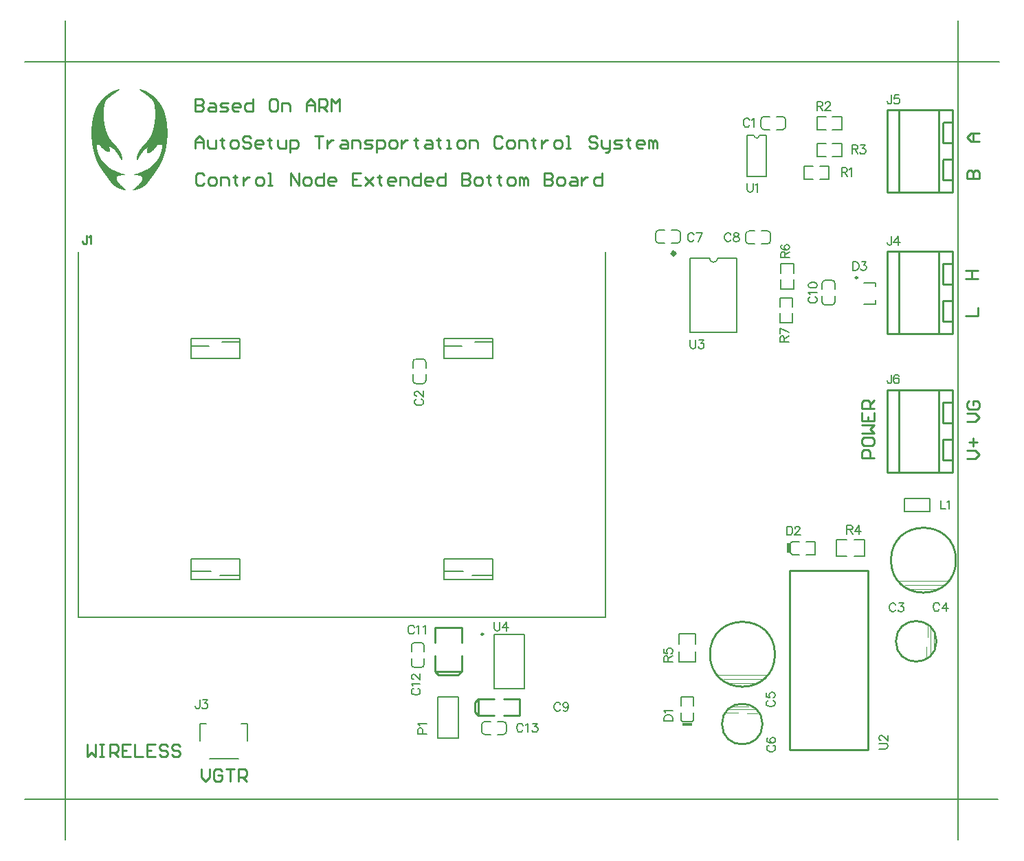
<source format=gto>
G04*
G04 #@! TF.GenerationSoftware,Altium Limited,Altium Designer,19.0.4 (130)*
G04*
G04 Layer_Color=65535*
%FSLAX25Y25*%
%MOIN*%
G70*
G01*
G75*
%ADD10C,0.01968*%
%ADD11C,0.00800*%
%ADD12C,0.00787*%
%ADD13C,0.00984*%
%ADD14C,0.01000*%
%ADD15C,0.00600*%
%ADD16C,0.00500*%
%ADD17C,0.00055*%
%ADD18C,0.00394*%
%ADD19R,0.04724X0.01181*%
%ADD20R,0.01181X0.04724*%
D10*
X315158Y284767D02*
G03*
X315158Y284767I-608J0D01*
G01*
D11*
X332047Y282488D02*
G03*
X334047Y280488I2000J0D01*
G01*
Y280488D02*
G03*
X336047Y282488I0J2000D01*
G01*
X322558Y282488D02*
X332047D01*
X336047D02*
X345158D01*
D12*
X233602Y55866D02*
G03*
X232028Y57441I-1575J0D01*
G01*
X232028Y51221D02*
G03*
X233602Y52795I-0J1575D01*
G01*
X221516Y52795D02*
G03*
X223091Y51221I1575J-0D01*
G01*
Y57441D02*
G03*
X221516Y55866I0J-1575D01*
G01*
X388228Y271791D02*
G03*
X386653Y270216I0J-1575D01*
G01*
X392874Y270217D02*
G03*
X391299Y271791I-1575J-0D01*
G01*
X391299Y259705D02*
G03*
X392874Y261280I0J1575D01*
G01*
X386653D02*
G03*
X388228Y259705I1575J0D01*
G01*
X353671Y342028D02*
G03*
X356171Y342028I1250J0D01*
G01*
X369035Y349567D02*
G03*
X367461Y351142I-1575J0D01*
G01*
X367461Y344921D02*
G03*
X369035Y346496I-0J1575D01*
G01*
X356949Y346496D02*
G03*
X358524Y344921I1575J-0D01*
G01*
Y351142D02*
G03*
X356949Y349567I0J-1575D01*
G01*
X317972Y294449D02*
G03*
X316398Y296024I-1575J0D01*
G01*
X316398Y289803D02*
G03*
X317972Y291378I-0J1575D01*
G01*
X305886Y291378D02*
G03*
X307461Y289803I1575J0D01*
G01*
Y296024D02*
G03*
X305886Y294449I0J-1575D01*
G01*
X349587Y290984D02*
G03*
X351161Y289409I1575J0D01*
G01*
X351161Y295630D02*
G03*
X349587Y294055I0J-1575D01*
G01*
X361673Y294055D02*
G03*
X360098Y295630I-1575J0D01*
G01*
Y289409D02*
G03*
X361673Y290984I-0J1575D01*
G01*
X192874Y221520D02*
G03*
X194449Y223095I0J1575D01*
G01*
X188228Y223095D02*
G03*
X189803Y221520I1575J0D01*
G01*
X189803Y233606D02*
G03*
X188228Y232031I0J-1575D01*
G01*
X194449D02*
G03*
X192874Y233606I-1575J-0D01*
G01*
X189016Y95807D02*
G03*
X187441Y94232I0J-1575D01*
G01*
X193661Y94232D02*
G03*
X192087Y95807I-1575J-0D01*
G01*
X192087Y83720D02*
G03*
X193661Y85295I0J1575D01*
G01*
X187441D02*
G03*
X189016Y83720I1575J0D01*
G01*
X322558Y246488D02*
X345158D01*
X322558D02*
Y282488D01*
X345158Y246488D02*
Y282488D01*
X377933Y327126D02*
X382402D01*
X385551D02*
X390020D01*
X377933Y320905D02*
X382402D01*
X390020D02*
Y327126D01*
X377933Y320905D02*
Y327126D01*
X385551Y320905D02*
X390020D01*
X223091Y57441D02*
X225984D01*
X233602Y52795D02*
Y55866D01*
X221516Y52795D02*
Y55866D01*
X229134Y57441D02*
X232028D01*
X229134Y51221D02*
X232028D01*
X223091Y51221D02*
X225984D01*
X386653Y261280D02*
Y264173D01*
X388228Y271791D02*
X391299D01*
X388228Y259705D02*
X391299D01*
X386653Y267323D02*
Y270216D01*
X392874Y267323D02*
Y270217D01*
X392874Y261280D02*
Y264173D01*
X350238Y342028D02*
X353671D01*
X356171D02*
X359604D01*
Y322028D02*
Y342028D01*
X350238Y322028D02*
X359604D01*
X350238D02*
Y342028D01*
X358524Y351142D02*
X361417D01*
X369035Y346496D02*
Y349567D01*
X356949Y346496D02*
Y349567D01*
X364567Y351142D02*
X367461D01*
X364567Y344921D02*
X367461D01*
X358524Y344921D02*
X361417D01*
X384114Y338150D02*
X388583D01*
X396201Y331929D02*
Y338150D01*
X384114Y331929D02*
Y338150D01*
X391732D02*
X396201D01*
X384114Y331929D02*
X388583D01*
X391732D02*
X396201D01*
X366575Y267579D02*
Y272047D01*
Y279665D02*
X372795D01*
X366575Y267579D02*
X372795D01*
X366575Y275197D02*
Y279665D01*
X372795Y267579D02*
Y272047D01*
Y275197D02*
Y279665D01*
X366181Y251161D02*
Y255630D01*
Y263248D02*
X372402D01*
X366181Y251161D02*
X372402D01*
X366181Y258780D02*
Y263248D01*
X372402Y251161D02*
Y255630D01*
Y258780D02*
Y263248D01*
X307461Y296024D02*
X310354D01*
X317972Y291378D02*
Y294449D01*
X305886Y291378D02*
Y294449D01*
X313504Y296024D02*
X316398D01*
X313504Y289803D02*
X316398D01*
X307461Y289803D02*
X310354D01*
X357205Y289409D02*
X360098D01*
X349587Y290984D02*
Y294055D01*
X361673Y290984D02*
Y294055D01*
X351161Y289409D02*
X354055D01*
X351161Y295630D02*
X354055D01*
X357205Y295630D02*
X360098D01*
X194449Y229138D02*
Y232031D01*
X189803Y221520D02*
X192874D01*
X189803Y233606D02*
X192874D01*
X194449Y223095D02*
Y225988D01*
X188228Y223095D02*
Y225988D01*
X188228Y229138D02*
Y232031D01*
X200118Y69567D02*
X210118D01*
Y49567D02*
Y69567D01*
X200118Y49567D02*
X210118D01*
X200118D02*
Y69567D01*
X187441Y85295D02*
Y88189D01*
X189016Y95807D02*
X192087D01*
X189016Y83720D02*
X192087D01*
X187441Y91339D02*
Y94232D01*
X193661Y91339D02*
Y94232D01*
X193661Y85295D02*
Y88189D01*
X227756Y99803D02*
X242323D01*
X227756Y73425D02*
Y99803D01*
Y73425D02*
X242323D01*
Y99803D01*
X323610Y57480D02*
X324370Y58268D01*
X318150D02*
X318910Y57480D01*
X318150Y58268D02*
Y61811D01*
Y69429D02*
X324370D01*
X318910Y57480D02*
X323610D01*
X318150Y64961D02*
Y69429D01*
X324370Y58268D02*
Y61811D01*
Y64961D02*
Y69429D01*
X325335Y95079D02*
Y100276D01*
Y86339D02*
Y91535D01*
X317185Y86339D02*
Y91535D01*
Y95079D02*
Y100276D01*
X325335D01*
X317185Y86339D02*
X325335D01*
X371378Y139382D02*
X372165Y138622D01*
X371378Y144083D02*
X372165Y144843D01*
X375709D01*
X383327Y138622D02*
Y144843D01*
X371378Y139382D02*
Y144083D01*
X378858Y144843D02*
X383327D01*
X372165Y138622D02*
X375709D01*
X378858D02*
X383327D01*
X393465Y145807D02*
X398661D01*
X402205D02*
X407402D01*
X402205Y137657D02*
X407402D01*
X393465D02*
X398661D01*
X393465D02*
Y145807D01*
X407402Y137657D02*
Y145807D01*
X438839Y159488D02*
Y165709D01*
X426752D02*
X438839D01*
X426752Y159488D02*
Y165709D01*
Y159488D02*
X438839D01*
X89457Y39500D02*
X103457D01*
X85039Y56300D02*
X87957D01*
X85039D02*
X85039Y48000D01*
X104957Y56300D02*
X107480D01*
X107874D01*
Y55906D02*
Y56300D01*
Y48000D02*
Y55906D01*
X384114Y351142D02*
X388583D01*
X396201Y344921D02*
Y351142D01*
X384114Y344921D02*
Y351142D01*
X391732D02*
X396201D01*
X384114Y344921D02*
X388583D01*
X391732D02*
X396201D01*
X412606Y260236D02*
Y262008D01*
Y268701D02*
Y270472D01*
X406799D02*
X412606D01*
X406799Y260236D02*
X412606D01*
D13*
X222332Y99906D02*
G03*
X222332Y99906I-492J0D01*
G01*
X403847Y273031D02*
G03*
X403847Y273031I-492J0D01*
G01*
D14*
X442126Y96457D02*
G03*
X442126Y96457I-9843J0D01*
G01*
X363779Y90158D02*
G03*
X363779Y90158I-15748J0D01*
G01*
X357756Y56299D02*
G03*
X357756Y56299I-9843J0D01*
G01*
X451575Y135827D02*
G03*
X451575Y135827I-15748J0D01*
G01*
X210039Y80067D02*
X211811Y81783D01*
X198819D02*
X200591Y80067D01*
X210039D01*
X198819Y81783D02*
Y89370D01*
Y103256D02*
X211811D01*
Y81783D02*
Y89370D01*
X198819Y95669D02*
Y103256D01*
X211811Y95669D02*
Y103256D01*
X198819Y81783D02*
X211811D01*
X219933Y60622D02*
Y68512D01*
X239909Y60622D02*
Y68512D01*
X219933D02*
X227559D01*
X232283D02*
X239909D01*
X232283Y60622D02*
X239909D01*
X219933D02*
X227559D01*
X218216Y62205D02*
Y66929D01*
Y62205D02*
X219933Y60622D01*
X218216Y66929D02*
X219933Y68512D01*
X370819Y130684D02*
X408819D01*
X370819Y43784D02*
Y130684D01*
Y43784D02*
X408819D01*
Y130684D01*
X445575Y330410D02*
X449827D01*
X445327Y330161D02*
X445575Y330410D01*
X445327Y320409D02*
Y330161D01*
Y338409D02*
Y348252D01*
Y338409D02*
X449579D01*
X445575Y348410D02*
X449827D01*
X445575Y320409D02*
X449827D01*
X424016Y314409D02*
Y354410D01*
X443327Y314409D02*
Y354410D01*
X449827Y314409D02*
Y354410D01*
X418327Y314409D02*
X449827D01*
X418327D02*
Y354410D01*
X449827D01*
X445575Y194583D02*
X449827D01*
X445327Y194335D02*
X445575Y194583D01*
X445327Y184583D02*
Y194335D01*
Y202583D02*
Y212425D01*
Y202583D02*
X449579D01*
X445575Y212583D02*
X449827D01*
X445575Y184583D02*
X449827D01*
X424016Y178583D02*
Y218583D01*
X443327Y178583D02*
Y218583D01*
X449827Y178583D02*
Y218583D01*
X418327Y178583D02*
X449827D01*
X418327D02*
Y218583D01*
X449827D01*
X445575Y261906D02*
X449827D01*
X445327Y261658D02*
X445575Y261906D01*
X445327Y251905D02*
Y261658D01*
Y269905D02*
Y279748D01*
Y269905D02*
X449579D01*
X445575Y279906D02*
X449827D01*
X445575Y251905D02*
X449827D01*
X424016Y245905D02*
Y285906D01*
X443327Y245905D02*
Y285906D01*
X449827Y245905D02*
Y285906D01*
X418327Y245905D02*
X449827D01*
X418327D02*
Y285906D01*
X449827D01*
X456994Y321260D02*
X462992D01*
Y324259D01*
X461993Y325259D01*
X460993D01*
X459993Y324259D01*
Y321260D01*
Y324259D01*
X458993Y325259D01*
X457994D01*
X456994Y324259D01*
Y321260D01*
X462992Y339254D02*
X458993D01*
X456994Y341253D01*
X458993Y343253D01*
X462992D01*
X459993D01*
Y339254D01*
X456207Y254409D02*
X462205D01*
Y258408D01*
X456207Y272403D02*
X462205D01*
X459206D01*
Y276402D01*
X456207D01*
X462205D01*
X411811Y185433D02*
X405813D01*
Y188432D01*
X406813Y189432D01*
X408812D01*
X409812Y188432D01*
Y185433D01*
X405813Y194430D02*
Y192431D01*
X406813Y191431D01*
X410811D01*
X411811Y192431D01*
Y194430D01*
X410811Y195430D01*
X406813D01*
X405813Y194430D01*
Y197429D02*
X411811D01*
X409812Y199428D01*
X411811Y201428D01*
X405813D01*
Y207426D02*
Y203427D01*
X411811D01*
Y207426D01*
X408812Y203427D02*
Y205427D01*
X411811Y209425D02*
X405813D01*
Y212424D01*
X406813Y213424D01*
X408812D01*
X409812Y212424D01*
Y209425D01*
Y211425D02*
X411811Y213424D01*
X456994Y185039D02*
X460993D01*
X462992Y187039D01*
X460993Y189038D01*
X456994D01*
X459993Y191037D02*
Y195036D01*
X457994Y193037D02*
X461993D01*
X456994Y203033D02*
X460993D01*
X462992Y205033D01*
X460993Y207032D01*
X456994D01*
X457994Y213030D02*
X456994Y212031D01*
Y210031D01*
X457994Y209032D01*
X461993D01*
X462992Y210031D01*
Y212031D01*
X461993Y213030D01*
X459993D01*
Y211031D01*
X85433Y34345D02*
Y30346D01*
X87432Y28346D01*
X89432Y30346D01*
Y34345D01*
X95430Y33345D02*
X94430Y34345D01*
X92431D01*
X91431Y33345D01*
Y29346D01*
X92431Y28346D01*
X94430D01*
X95430Y29346D01*
Y31345D01*
X93431D01*
X97429Y34345D02*
X101428D01*
X99428D01*
Y28346D01*
X103427D02*
Y34345D01*
X106426D01*
X107426Y33345D01*
Y31345D01*
X106426Y30346D01*
X103427D01*
X105427D02*
X107426Y28346D01*
X30315Y46549D02*
Y40551D01*
X32314Y42551D01*
X34314Y40551D01*
Y46549D01*
X36313D02*
X38312D01*
X37313D01*
Y40551D01*
X36313D01*
X38312D01*
X41311D02*
Y46549D01*
X44310D01*
X45310Y45550D01*
Y43550D01*
X44310Y42551D01*
X41311D01*
X43311D02*
X45310Y40551D01*
X51308Y46549D02*
X47309D01*
Y40551D01*
X51308D01*
X47309Y43550D02*
X49309D01*
X53307Y46549D02*
Y40551D01*
X57306D01*
X63304Y46549D02*
X59306D01*
Y40551D01*
X63304D01*
X59306Y43550D02*
X61305D01*
X69302Y45550D02*
X68303Y46549D01*
X66303D01*
X65304Y45550D01*
Y44550D01*
X66303Y43550D01*
X68303D01*
X69302Y42551D01*
Y41551D01*
X68303Y40551D01*
X66303D01*
X65304Y41551D01*
X75300Y45550D02*
X74301Y46549D01*
X72301D01*
X71302Y45550D01*
Y44550D01*
X72301Y43550D01*
X74301D01*
X75300Y42551D01*
Y41551D01*
X74301Y40551D01*
X72301D01*
X71302Y41551D01*
X82677Y335889D02*
Y339888D01*
X84676Y341887D01*
X86676Y339888D01*
Y335889D01*
Y338888D01*
X82677D01*
X88675Y339888D02*
Y336889D01*
X89675Y335889D01*
X92674D01*
Y339888D01*
X95673Y340887D02*
Y339888D01*
X94673D01*
X96673D01*
X95673D01*
Y336889D01*
X96673Y335889D01*
X100671D02*
X102671D01*
X103670Y336889D01*
Y338888D01*
X102671Y339888D01*
X100671D01*
X99672Y338888D01*
Y336889D01*
X100671Y335889D01*
X109668Y340887D02*
X108669Y341887D01*
X106669D01*
X105670Y340887D01*
Y339888D01*
X106669Y338888D01*
X108669D01*
X109668Y337889D01*
Y336889D01*
X108669Y335889D01*
X106669D01*
X105670Y336889D01*
X114667Y335889D02*
X112668D01*
X111668Y336889D01*
Y338888D01*
X112668Y339888D01*
X114667D01*
X115666Y338888D01*
Y337889D01*
X111668D01*
X118666Y340887D02*
Y339888D01*
X117666D01*
X119665D01*
X118666D01*
Y336889D01*
X119665Y335889D01*
X122664Y339888D02*
Y336889D01*
X123664Y335889D01*
X126663D01*
Y339888D01*
X128662Y333890D02*
Y339888D01*
X131661D01*
X132661Y338888D01*
Y336889D01*
X131661Y335889D01*
X128662D01*
X140658Y341887D02*
X144657D01*
X142658D01*
Y335889D01*
X146657Y339888D02*
Y335889D01*
Y337889D01*
X147656Y338888D01*
X148656Y339888D01*
X149655D01*
X153654D02*
X155654D01*
X156653Y338888D01*
Y335889D01*
X153654D01*
X152655Y336889D01*
X153654Y337889D01*
X156653D01*
X158653Y335889D02*
Y339888D01*
X161652D01*
X162651Y338888D01*
Y335889D01*
X164651D02*
X167650D01*
X168649Y336889D01*
X167650Y337889D01*
X165650D01*
X164651Y338888D01*
X165650Y339888D01*
X168649D01*
X170649Y333890D02*
Y339888D01*
X173648D01*
X174647Y338888D01*
Y336889D01*
X173648Y335889D01*
X170649D01*
X177647D02*
X179646D01*
X180646Y336889D01*
Y338888D01*
X179646Y339888D01*
X177647D01*
X176647Y338888D01*
Y336889D01*
X177647Y335889D01*
X182645Y339888D02*
Y335889D01*
Y337889D01*
X183644Y338888D01*
X184644Y339888D01*
X185644D01*
X189643Y340887D02*
Y339888D01*
X188643D01*
X190642D01*
X189643D01*
Y336889D01*
X190642Y335889D01*
X194641Y339888D02*
X196640D01*
X197640Y338888D01*
Y335889D01*
X194641D01*
X193641Y336889D01*
X194641Y337889D01*
X197640D01*
X200639Y340887D02*
Y339888D01*
X199639D01*
X201639D01*
X200639D01*
Y336889D01*
X201639Y335889D01*
X204638D02*
X206637D01*
X205637D01*
Y339888D01*
X204638D01*
X210636Y335889D02*
X212635D01*
X213635Y336889D01*
Y338888D01*
X212635Y339888D01*
X210636D01*
X209636Y338888D01*
Y336889D01*
X210636Y335889D01*
X215634D02*
Y339888D01*
X218633D01*
X219633Y338888D01*
Y335889D01*
X231629Y340887D02*
X230629Y341887D01*
X228630D01*
X227630Y340887D01*
Y336889D01*
X228630Y335889D01*
X230629D01*
X231629Y336889D01*
X234628Y335889D02*
X236627D01*
X237627Y336889D01*
Y338888D01*
X236627Y339888D01*
X234628D01*
X233628Y338888D01*
Y336889D01*
X234628Y335889D01*
X239626D02*
Y339888D01*
X242625D01*
X243625Y338888D01*
Y335889D01*
X246624Y340887D02*
Y339888D01*
X245624D01*
X247624D01*
X246624D01*
Y336889D01*
X247624Y335889D01*
X250623Y339888D02*
Y335889D01*
Y337889D01*
X251623Y338888D01*
X252622Y339888D01*
X253622D01*
X257621Y335889D02*
X259620D01*
X260620Y336889D01*
Y338888D01*
X259620Y339888D01*
X257621D01*
X256621Y338888D01*
Y336889D01*
X257621Y335889D01*
X262619D02*
X264618D01*
X263619D01*
Y341887D01*
X262619D01*
X277614Y340887D02*
X276614Y341887D01*
X274615D01*
X273615Y340887D01*
Y339888D01*
X274615Y338888D01*
X276614D01*
X277614Y337889D01*
Y336889D01*
X276614Y335889D01*
X274615D01*
X273615Y336889D01*
X279613Y339888D02*
Y336889D01*
X280613Y335889D01*
X283612D01*
Y334889D01*
X282612Y333890D01*
X281613D01*
X283612Y335889D02*
Y339888D01*
X285612Y335889D02*
X288611D01*
X289610Y336889D01*
X288611Y337889D01*
X286611D01*
X285612Y338888D01*
X286611Y339888D01*
X289610D01*
X292609Y340887D02*
Y339888D01*
X291610D01*
X293609D01*
X292609D01*
Y336889D01*
X293609Y335889D01*
X299607D02*
X297608D01*
X296608Y336889D01*
Y338888D01*
X297608Y339888D01*
X299607D01*
X300607Y338888D01*
Y337889D01*
X296608D01*
X302606Y335889D02*
Y339888D01*
X303606D01*
X304605Y338888D01*
Y335889D01*
Y338888D01*
X305605Y339888D01*
X306605Y338888D01*
Y335889D01*
X82677Y359927D02*
Y353929D01*
X85676D01*
X86676Y354929D01*
Y355928D01*
X85676Y356928D01*
X82677D01*
X85676D01*
X86676Y357928D01*
Y358927D01*
X85676Y359927D01*
X82677D01*
X89675Y357928D02*
X91674D01*
X92674Y356928D01*
Y353929D01*
X89675D01*
X88675Y354929D01*
X89675Y355928D01*
X92674D01*
X94673Y353929D02*
X97672D01*
X98672Y354929D01*
X97672Y355928D01*
X95673D01*
X94673Y356928D01*
X95673Y357928D01*
X98672D01*
X103670Y353929D02*
X101671D01*
X100671Y354929D01*
Y356928D01*
X101671Y357928D01*
X103670D01*
X104670Y356928D01*
Y355928D01*
X100671D01*
X110668Y359927D02*
Y353929D01*
X107669D01*
X106669Y354929D01*
Y356928D01*
X107669Y357928D01*
X110668D01*
X121665Y359927D02*
X119665D01*
X118666Y358927D01*
Y354929D01*
X119665Y353929D01*
X121665D01*
X122664Y354929D01*
Y358927D01*
X121665Y359927D01*
X124664Y353929D02*
Y357928D01*
X127663D01*
X128662Y356928D01*
Y353929D01*
X136660D02*
Y357928D01*
X138659Y359927D01*
X140658Y357928D01*
Y353929D01*
Y356928D01*
X136660D01*
X142658Y353929D02*
Y359927D01*
X145657D01*
X146657Y358927D01*
Y356928D01*
X145657Y355928D01*
X142658D01*
X144657D02*
X146657Y353929D01*
X148656D02*
Y359927D01*
X150655Y357928D01*
X152655Y359927D01*
Y353929D01*
X87070Y322902D02*
X86070Y323902D01*
X84071D01*
X83071Y322902D01*
Y318904D01*
X84071Y317904D01*
X86070D01*
X87070Y318904D01*
X90069Y317904D02*
X92068D01*
X93068Y318904D01*
Y320903D01*
X92068Y321903D01*
X90069D01*
X89069Y320903D01*
Y318904D01*
X90069Y317904D01*
X95067D02*
Y321903D01*
X98066D01*
X99066Y320903D01*
Y317904D01*
X102065Y322902D02*
Y321903D01*
X101065D01*
X103064D01*
X102065D01*
Y318904D01*
X103064Y317904D01*
X106063Y321903D02*
Y317904D01*
Y319903D01*
X107063Y320903D01*
X108063Y321903D01*
X109063D01*
X113061Y317904D02*
X115060D01*
X116060Y318904D01*
Y320903D01*
X115060Y321903D01*
X113061D01*
X112062Y320903D01*
Y318904D01*
X113061Y317904D01*
X118060D02*
X120059D01*
X119059D01*
Y323902D01*
X118060D01*
X129056Y317904D02*
Y323902D01*
X133055Y317904D01*
Y323902D01*
X136054Y317904D02*
X138053D01*
X139053Y318904D01*
Y320903D01*
X138053Y321903D01*
X136054D01*
X135054Y320903D01*
Y318904D01*
X136054Y317904D01*
X145051Y323902D02*
Y317904D01*
X142052D01*
X141052Y318904D01*
Y320903D01*
X142052Y321903D01*
X145051D01*
X150049Y317904D02*
X148050D01*
X147050Y318904D01*
Y320903D01*
X148050Y321903D01*
X150049D01*
X151049Y320903D01*
Y319903D01*
X147050D01*
X163045Y323902D02*
X159046D01*
Y317904D01*
X163045D01*
X159046Y320903D02*
X161046D01*
X165044Y321903D02*
X169043Y317904D01*
X167044Y319903D01*
X169043Y321903D01*
X165044Y317904D01*
X172042Y322902D02*
Y321903D01*
X171042D01*
X173042D01*
X172042D01*
Y318904D01*
X173042Y317904D01*
X179040D02*
X177041D01*
X176041Y318904D01*
Y320903D01*
X177041Y321903D01*
X179040D01*
X180040Y320903D01*
Y319903D01*
X176041D01*
X182039Y317904D02*
Y321903D01*
X185038D01*
X186038Y320903D01*
Y317904D01*
X192036Y323902D02*
Y317904D01*
X189037D01*
X188037Y318904D01*
Y320903D01*
X189037Y321903D01*
X192036D01*
X197034Y317904D02*
X195035D01*
X194035Y318904D01*
Y320903D01*
X195035Y321903D01*
X197034D01*
X198034Y320903D01*
Y319903D01*
X194035D01*
X204032Y323902D02*
Y317904D01*
X201033D01*
X200033Y318904D01*
Y320903D01*
X201033Y321903D01*
X204032D01*
X212029Y323902D02*
Y317904D01*
X215028D01*
X216028Y318904D01*
Y319903D01*
X215028Y320903D01*
X212029D01*
X215028D01*
X216028Y321903D01*
Y322902D01*
X215028Y323902D01*
X212029D01*
X219027Y317904D02*
X221026D01*
X222026Y318904D01*
Y320903D01*
X221026Y321903D01*
X219027D01*
X218027Y320903D01*
Y318904D01*
X219027Y317904D01*
X225025Y322902D02*
Y321903D01*
X224025D01*
X226025D01*
X225025D01*
Y318904D01*
X226025Y317904D01*
X230023Y322902D02*
Y321903D01*
X229024D01*
X231023D01*
X230023D01*
Y318904D01*
X231023Y317904D01*
X235022D02*
X237021D01*
X238021Y318904D01*
Y320903D01*
X237021Y321903D01*
X235022D01*
X234022Y320903D01*
Y318904D01*
X235022Y317904D01*
X240020D02*
Y321903D01*
X241020D01*
X242019Y320903D01*
Y317904D01*
Y320903D01*
X243019Y321903D01*
X244019Y320903D01*
Y317904D01*
X252016Y323902D02*
Y317904D01*
X255015D01*
X256015Y318904D01*
Y319903D01*
X255015Y320903D01*
X252016D01*
X255015D01*
X256015Y321903D01*
Y322902D01*
X255015Y323902D01*
X252016D01*
X259014Y317904D02*
X261013D01*
X262013Y318904D01*
Y320903D01*
X261013Y321903D01*
X259014D01*
X258014Y320903D01*
Y318904D01*
X259014Y317904D01*
X265012Y321903D02*
X267011D01*
X268011Y320903D01*
Y317904D01*
X265012D01*
X264012Y318904D01*
X265012Y319903D01*
X268011D01*
X270010Y321903D02*
Y317904D01*
Y319903D01*
X271010Y320903D01*
X272010Y321903D01*
X273009D01*
X280007Y323902D02*
Y317904D01*
X277008D01*
X276008Y318904D01*
Y320903D01*
X277008Y321903D01*
X280007D01*
X29977Y293621D02*
Y290382D01*
X29775Y289775D01*
X29572Y289573D01*
X29167Y289370D01*
X28763D01*
X28358Y289573D01*
X28155Y289775D01*
X27953Y290382D01*
Y290787D01*
X31070Y292811D02*
X31475Y293014D01*
X32082Y293621D01*
Y289370D01*
D15*
X25787Y108169D02*
Y285335D01*
X281693Y108169D02*
Y285335D01*
X25787Y108169D02*
X281693D01*
X203148Y130319D02*
X212597D01*
X226770Y126480D02*
Y136323D01*
Y233764D02*
Y243606D01*
X203148D02*
X226770D01*
X203148Y233764D02*
Y243606D01*
Y233764D02*
X226672D01*
X203148Y126480D02*
X226770D01*
X203148Y136323D02*
X226770D01*
X216928Y128350D02*
X226770D01*
X203148Y239768D02*
X211809D01*
X218109Y241736D02*
X226770D01*
X203148Y126480D02*
Y136323D01*
X80709Y126476D02*
Y136319D01*
X95669Y241732D02*
X104331D01*
X80709Y239764D02*
X89370D01*
X94488Y128347D02*
X104331D01*
X80709Y136319D02*
X104331D01*
X80709Y126476D02*
X104331D01*
X80709Y233760D02*
X104232D01*
X80709D02*
Y243602D01*
X104331D01*
Y233760D02*
Y243602D01*
Y126476D02*
Y136319D01*
X80709Y130315D02*
X90158D01*
D16*
X0Y377953D02*
X472441Y377953D01*
X19685Y0D02*
X19685Y397638D01*
X452756Y0D02*
X452756Y397638D01*
X0Y19685D02*
X472047D01*
X322558Y242834D02*
Y239797D01*
X322761Y239190D01*
X323166Y238785D01*
X323773Y238583D01*
X324178D01*
X324785Y238785D01*
X325190Y239190D01*
X325392Y239797D01*
Y242834D01*
X326971D02*
X329198D01*
X327983Y241214D01*
X328591D01*
X328996Y241012D01*
X329198Y240809D01*
X329400Y240202D01*
Y239797D01*
X329198Y239190D01*
X328793Y238785D01*
X328186Y238583D01*
X327579D01*
X326971Y238785D01*
X326769Y238987D01*
X326566Y239392D01*
X227559Y105826D02*
Y102789D01*
X227762Y102182D01*
X228166Y101777D01*
X228774Y101575D01*
X229179D01*
X229786Y101777D01*
X230191Y102182D01*
X230393Y102789D01*
Y105826D01*
X233592D02*
X231567Y102992D01*
X234604D01*
X233592Y105826D02*
Y101575D01*
X444213Y164881D02*
Y160630D01*
X446642D01*
X447107Y164071D02*
X447512Y164274D01*
X448119Y164881D01*
Y160630D01*
X414253Y44094D02*
X417289D01*
X417897Y44297D01*
X418301Y44702D01*
X418504Y45309D01*
Y45714D01*
X418301Y46321D01*
X417897Y46726D01*
X417289Y46929D01*
X414253D01*
X415265Y48305D02*
X415063D01*
X414658Y48507D01*
X414455Y48710D01*
X414253Y49115D01*
Y49924D01*
X414455Y50329D01*
X414658Y50532D01*
X415063Y50734D01*
X415468D01*
X415872Y50532D01*
X416480Y50127D01*
X418504Y48103D01*
Y50937D01*
X350394Y318818D02*
Y315781D01*
X350596Y315174D01*
X351001Y314769D01*
X351608Y314567D01*
X352013D01*
X352620Y314769D01*
X353025Y315174D01*
X353228Y315781D01*
Y318818D01*
X354402Y318008D02*
X354807Y318211D01*
X355414Y318818D01*
Y314567D01*
X366221Y241850D02*
X370472D01*
X366221D02*
Y243672D01*
X366424Y244280D01*
X366626Y244482D01*
X367031Y244684D01*
X367436D01*
X367841Y244482D01*
X368043Y244280D01*
X368246Y243672D01*
Y241850D01*
Y243267D02*
X370472Y244684D01*
X366221Y248470D02*
X370472Y246446D01*
X366221Y245636D02*
Y248470D01*
X366615Y282677D02*
X370866D01*
X366615D02*
Y284499D01*
X366817Y285106D01*
X367020Y285309D01*
X367425Y285511D01*
X367830D01*
X368234Y285309D01*
X368437Y285106D01*
X368639Y284499D01*
Y282677D01*
Y284094D02*
X370866Y285511D01*
X367222Y288892D02*
X366817Y288689D01*
X366615Y288082D01*
Y287677D01*
X366817Y287070D01*
X367425Y286665D01*
X368437Y286463D01*
X369449D01*
X370259Y286665D01*
X370664Y287070D01*
X370866Y287677D01*
Y287880D01*
X370664Y288487D01*
X370259Y288892D01*
X369652Y289094D01*
X369449D01*
X368842Y288892D01*
X368437Y288487D01*
X368234Y287880D01*
Y287677D01*
X368437Y287070D01*
X368842Y286665D01*
X369449Y286463D01*
X309923Y86612D02*
X314174D01*
X309923D02*
Y88434D01*
X310125Y89041D01*
X310328Y89243D01*
X310732Y89446D01*
X311137D01*
X311542Y89243D01*
X311744Y89041D01*
X311947Y88434D01*
Y86612D01*
Y88029D02*
X314174Y89446D01*
X309923Y92826D02*
Y90802D01*
X311744Y90600D01*
X311542Y90802D01*
X311340Y91409D01*
Y92017D01*
X311542Y92624D01*
X311947Y93029D01*
X312554Y93231D01*
X312959D01*
X313566Y93029D01*
X313971Y92624D01*
X314174Y92017D01*
Y91409D01*
X313971Y90802D01*
X313769Y90600D01*
X313364Y90397D01*
X398661Y152676D02*
Y148425D01*
Y152676D02*
X400483D01*
X401091Y152474D01*
X401293Y152271D01*
X401496Y151866D01*
Y151462D01*
X401293Y151057D01*
X401091Y150854D01*
X400483Y150652D01*
X398661D01*
X400078D02*
X401496Y148425D01*
X404471Y152676D02*
X402447Y149842D01*
X405483D01*
X404471Y152676D02*
Y148425D01*
X401181Y337322D02*
Y333071D01*
Y337322D02*
X403003D01*
X403610Y337120D01*
X403813Y336917D01*
X404015Y336512D01*
Y336107D01*
X403813Y335702D01*
X403610Y335500D01*
X403003Y335298D01*
X401181D01*
X402598D02*
X404015Y333071D01*
X405371Y337322D02*
X407598D01*
X406384Y335702D01*
X406991D01*
X407396Y335500D01*
X407598Y335298D01*
X407801Y334690D01*
Y334285D01*
X407598Y333678D01*
X407193Y333273D01*
X406586Y333071D01*
X405979D01*
X405371Y333273D01*
X405169Y333476D01*
X404967Y333881D01*
X384230Y358311D02*
Y354060D01*
Y358311D02*
X386052D01*
X386660Y358108D01*
X386862Y357906D01*
X387064Y357501D01*
Y357096D01*
X386862Y356691D01*
X386660Y356489D01*
X386052Y356286D01*
X384230D01*
X385647D02*
X387064Y354060D01*
X388218Y357298D02*
Y357501D01*
X388421Y357906D01*
X388623Y358108D01*
X389028Y358311D01*
X389838D01*
X390243Y358108D01*
X390445Y357906D01*
X390647Y357501D01*
Y357096D01*
X390445Y356691D01*
X390040Y356084D01*
X388016Y354060D01*
X390850D01*
X396102Y326298D02*
Y322047D01*
Y326298D02*
X397924D01*
X398532Y326096D01*
X398734Y325893D01*
X398936Y325489D01*
Y325084D01*
X398734Y324679D01*
X398532Y324476D01*
X397924Y324274D01*
X396102D01*
X397519D02*
X398936Y322047D01*
X399888Y325489D02*
X400293Y325691D01*
X400900Y326298D01*
Y322047D01*
X192858Y51583D02*
Y53404D01*
X192655Y54012D01*
X192453Y54214D01*
X192048Y54417D01*
X191441D01*
X191036Y54214D01*
X190833Y54012D01*
X190631Y53404D01*
Y51583D01*
X194882D01*
X191441Y55368D02*
X191238Y55773D01*
X190631Y56380D01*
X194882D01*
X420312Y225879D02*
Y222640D01*
X420110Y222032D01*
X419908Y221830D01*
X419503Y221628D01*
X419098D01*
X418693Y221830D01*
X418491Y222032D01*
X418288Y222640D01*
Y223045D01*
X423835Y225271D02*
X423632Y225676D01*
X423025Y225879D01*
X422620D01*
X422013Y225676D01*
X421608Y225069D01*
X421406Y224057D01*
Y223045D01*
X421608Y222235D01*
X422013Y221830D01*
X422620Y221628D01*
X422823D01*
X423430Y221830D01*
X423835Y222235D01*
X424037Y222842D01*
Y223045D01*
X423835Y223652D01*
X423430Y224057D01*
X422823Y224259D01*
X422620D01*
X422013Y224057D01*
X421608Y223652D01*
X421406Y223045D01*
X420367Y361673D02*
Y358434D01*
X420164Y357827D01*
X419962Y357625D01*
X419557Y357422D01*
X419152D01*
X418747Y357625D01*
X418545Y357827D01*
X418342Y358434D01*
Y358839D01*
X423889Y361673D02*
X421865D01*
X421662Y359851D01*
X421865Y360054D01*
X422472Y360256D01*
X423079D01*
X423687Y360054D01*
X424092Y359649D01*
X424294Y359042D01*
Y358637D01*
X424092Y358029D01*
X423687Y357625D01*
X423079Y357422D01*
X422472D01*
X421865Y357625D01*
X421662Y357827D01*
X421460Y358232D01*
X420312Y293124D02*
Y289885D01*
X420110Y289277D01*
X419908Y289075D01*
X419503Y288872D01*
X419098D01*
X418693Y289075D01*
X418491Y289277D01*
X418288Y289885D01*
Y290289D01*
X423430Y293124D02*
X421406Y290289D01*
X424442D01*
X423430Y293124D02*
Y288872D01*
X84770Y67997D02*
Y64759D01*
X84568Y64151D01*
X84365Y63949D01*
X83960Y63747D01*
X83555D01*
X83151Y63949D01*
X82948Y64151D01*
X82746Y64759D01*
Y65163D01*
X86268Y67997D02*
X88495D01*
X87280Y66378D01*
X87887D01*
X88292Y66176D01*
X88495Y65973D01*
X88697Y65366D01*
Y64961D01*
X88495Y64354D01*
X88090Y63949D01*
X87483Y63747D01*
X86875D01*
X86268Y63949D01*
X86066Y64151D01*
X85863Y64556D01*
X401595Y280780D02*
Y276529D01*
Y280780D02*
X403012D01*
X403620Y280578D01*
X404025Y280173D01*
X404227Y279768D01*
X404429Y279161D01*
Y278149D01*
X404227Y277541D01*
X404025Y277136D01*
X403620Y276731D01*
X403012Y276529D01*
X401595D01*
X405786Y280780D02*
X408012D01*
X406798Y279161D01*
X407405D01*
X407810Y278958D01*
X408012Y278756D01*
X408215Y278149D01*
Y277744D01*
X408012Y277136D01*
X407608Y276731D01*
X407000Y276529D01*
X406393D01*
X405786Y276731D01*
X405583Y276934D01*
X405381Y277339D01*
X369508Y152283D02*
Y148031D01*
Y152283D02*
X370925D01*
X371532Y152080D01*
X371937Y151675D01*
X372140Y151270D01*
X372342Y150663D01*
Y149651D01*
X372140Y149044D01*
X371937Y148639D01*
X371532Y148234D01*
X370925Y148031D01*
X369508D01*
X373496Y151270D02*
Y151473D01*
X373698Y151878D01*
X373901Y152080D01*
X374306Y152283D01*
X375115D01*
X375520Y152080D01*
X375723Y151878D01*
X375925Y151473D01*
Y151068D01*
X375723Y150663D01*
X375318Y150056D01*
X373293Y148031D01*
X376127D01*
X309922Y57874D02*
X314173D01*
X309922D02*
Y59291D01*
X310125Y59898D01*
X310529Y60303D01*
X310934Y60506D01*
X311542Y60708D01*
X312554D01*
X313161Y60506D01*
X313566Y60303D01*
X313971Y59898D01*
X314173Y59291D01*
Y57874D01*
X310732Y61659D02*
X310529Y62064D01*
X309922Y62672D01*
X314173D01*
X241619Y55601D02*
X241417Y56006D01*
X241012Y56411D01*
X240607Y56613D01*
X239797D01*
X239392Y56411D01*
X238987Y56006D01*
X238785Y55601D01*
X238583Y54994D01*
Y53982D01*
X238785Y53374D01*
X238987Y52969D01*
X239392Y52565D01*
X239797Y52362D01*
X240607D01*
X241012Y52565D01*
X241417Y52969D01*
X241619Y53374D01*
X242813Y55804D02*
X243218Y56006D01*
X243826Y56613D01*
Y52362D01*
X246336Y56613D02*
X248563D01*
X247348Y54994D01*
X247955D01*
X248360Y54791D01*
X248563Y54589D01*
X248765Y53982D01*
Y53577D01*
X248563Y52969D01*
X248158Y52565D01*
X247550Y52362D01*
X246943D01*
X246336Y52565D01*
X246133Y52767D01*
X245931Y53172D01*
X188493Y73509D02*
X188089Y73307D01*
X187684Y72902D01*
X187481Y72497D01*
Y71687D01*
X187684Y71282D01*
X188089Y70877D01*
X188493Y70675D01*
X189101Y70473D01*
X190113D01*
X190720Y70675D01*
X191125Y70877D01*
X191530Y71282D01*
X191732Y71687D01*
Y72497D01*
X191530Y72902D01*
X191125Y73307D01*
X190720Y73509D01*
X188291Y74703D02*
X188089Y75108D01*
X187481Y75715D01*
X191732D01*
X188493Y78023D02*
X188291D01*
X187886Y78226D01*
X187684Y78428D01*
X187481Y78833D01*
Y79643D01*
X187684Y80048D01*
X187886Y80250D01*
X188291Y80452D01*
X188696D01*
X189101Y80250D01*
X189708Y79845D01*
X191732Y77821D01*
Y80655D01*
X188863Y103239D02*
X188661Y103644D01*
X188256Y104049D01*
X187851Y104251D01*
X187041D01*
X186636Y104049D01*
X186232Y103644D01*
X186029Y103239D01*
X185827Y102632D01*
Y101619D01*
X186029Y101012D01*
X186232Y100607D01*
X186636Y100202D01*
X187041Y100000D01*
X187851D01*
X188256Y100202D01*
X188661Y100607D01*
X188863Y101012D01*
X190058Y103441D02*
X190462Y103644D01*
X191070Y104251D01*
Y100000D01*
X193175Y103441D02*
X193580Y103644D01*
X194187Y104251D01*
Y100000D01*
X381013Y263666D02*
X380608Y263464D01*
X380203Y263059D01*
X380001Y262654D01*
Y261844D01*
X380203Y261440D01*
X380608Y261035D01*
X381013Y260832D01*
X381620Y260630D01*
X382632D01*
X383240Y260832D01*
X383645Y261035D01*
X384050Y261440D01*
X384252Y261844D01*
Y262654D01*
X384050Y263059D01*
X383645Y263464D01*
X383240Y263666D01*
X380811Y264861D02*
X380608Y265266D01*
X380001Y265873D01*
X384252D01*
X380001Y269193D02*
X380203Y268585D01*
X380811Y268181D01*
X381823Y267978D01*
X382430D01*
X383442Y268181D01*
X384050Y268585D01*
X384252Y269193D01*
Y269598D01*
X384050Y270205D01*
X383442Y270610D01*
X382430Y270812D01*
X381823D01*
X380811Y270610D01*
X380203Y270205D01*
X380001Y269598D01*
Y269193D01*
X259729Y65837D02*
X259527Y66242D01*
X259122Y66647D01*
X258717Y66849D01*
X257908D01*
X257503Y66647D01*
X257098Y66242D01*
X256895Y65837D01*
X256693Y65230D01*
Y64218D01*
X256895Y63611D01*
X257098Y63206D01*
X257503Y62801D01*
X257908Y62598D01*
X258717D01*
X259122Y62801D01*
X259527Y63206D01*
X259729Y63611D01*
X263555Y65433D02*
X263353Y64825D01*
X262948Y64420D01*
X262341Y64218D01*
X262138D01*
X261531Y64420D01*
X261126Y64825D01*
X260924Y65433D01*
Y65635D01*
X261126Y66242D01*
X261531Y66647D01*
X262138Y66849D01*
X262341D01*
X262948Y66647D01*
X263353Y66242D01*
X263555Y65433D01*
Y64420D01*
X263353Y63408D01*
X262948Y62801D01*
X262341Y62598D01*
X261936D01*
X261329Y62801D01*
X261126Y63206D01*
X342407Y293751D02*
X342204Y294156D01*
X341799Y294560D01*
X341394Y294763D01*
X340585D01*
X340180Y294560D01*
X339775Y294156D01*
X339573Y293751D01*
X339370Y293143D01*
Y292131D01*
X339573Y291524D01*
X339775Y291119D01*
X340180Y290714D01*
X340585Y290512D01*
X341394D01*
X341799Y290714D01*
X342204Y291119D01*
X342407Y291524D01*
X344613Y294763D02*
X344006Y294560D01*
X343803Y294156D01*
Y293751D01*
X344006Y293346D01*
X344411Y293143D01*
X345220Y292941D01*
X345828Y292739D01*
X346233Y292334D01*
X346435Y291929D01*
Y291321D01*
X346233Y290917D01*
X346030Y290714D01*
X345423Y290512D01*
X344613D01*
X344006Y290714D01*
X343803Y290917D01*
X343601Y291321D01*
Y291929D01*
X343803Y292334D01*
X344208Y292739D01*
X344815Y292941D01*
X345625Y293143D01*
X346030Y293346D01*
X346233Y293751D01*
Y294156D01*
X346030Y294560D01*
X345423Y294763D01*
X344613D01*
X324533Y293790D02*
X324330Y294195D01*
X323925Y294600D01*
X323520Y294802D01*
X322711D01*
X322306Y294600D01*
X321901Y294195D01*
X321698Y293790D01*
X321496Y293183D01*
Y292171D01*
X321698Y291563D01*
X321901Y291159D01*
X322306Y290754D01*
X322711Y290551D01*
X323520D01*
X323925Y290754D01*
X324330Y291159D01*
X324533Y291563D01*
X328561Y294802D02*
X326537Y290551D01*
X325727Y294802D02*
X328561D01*
X360816Y45950D02*
X360411Y45747D01*
X360006Y45343D01*
X359804Y44938D01*
Y44128D01*
X360006Y43723D01*
X360411Y43318D01*
X360816Y43116D01*
X361423Y42913D01*
X362436D01*
X363043Y43116D01*
X363448Y43318D01*
X363853Y43723D01*
X364055Y44128D01*
Y44938D01*
X363853Y45343D01*
X363448Y45747D01*
X363043Y45950D01*
X360411Y49573D02*
X360006Y49371D01*
X359804Y48764D01*
Y48359D01*
X360006Y47752D01*
X360614Y47347D01*
X361626Y47144D01*
X362638D01*
X363448Y47347D01*
X363853Y47752D01*
X364055Y48359D01*
Y48561D01*
X363853Y49169D01*
X363448Y49573D01*
X362841Y49776D01*
X362638D01*
X362031Y49573D01*
X361626Y49169D01*
X361423Y48561D01*
Y48359D01*
X361626Y47752D01*
X362031Y47347D01*
X362638Y47144D01*
X360541Y67800D02*
X360136Y67598D01*
X359731Y67193D01*
X359528Y66788D01*
Y65978D01*
X359731Y65574D01*
X360136Y65169D01*
X360541Y64966D01*
X361148Y64764D01*
X362160D01*
X362767Y64966D01*
X363172Y65169D01*
X363577Y65574D01*
X363779Y65978D01*
Y66788D01*
X363577Y67193D01*
X363172Y67598D01*
X362767Y67800D01*
X359528Y71424D02*
Y69399D01*
X361350Y69197D01*
X361148Y69399D01*
X360946Y70007D01*
Y70614D01*
X361148Y71221D01*
X361553Y71626D01*
X362160Y71829D01*
X362565D01*
X363172Y71626D01*
X363577Y71221D01*
X363779Y70614D01*
Y70007D01*
X363577Y69399D01*
X363375Y69197D01*
X362970Y68995D01*
X443607Y114262D02*
X443405Y114667D01*
X443000Y115072D01*
X442595Y115275D01*
X441785D01*
X441381Y115072D01*
X440976Y114667D01*
X440773Y114262D01*
X440571Y113655D01*
Y112643D01*
X440773Y112036D01*
X440976Y111631D01*
X441381Y111226D01*
X441785Y111024D01*
X442595D01*
X443000Y111226D01*
X443405Y111631D01*
X443607Y112036D01*
X446826Y115275D02*
X444802Y112441D01*
X447838D01*
X446826Y115275D02*
Y111024D01*
X422328Y114066D02*
X422125Y114471D01*
X421721Y114875D01*
X421316Y115078D01*
X420506D01*
X420101Y114875D01*
X419696Y114471D01*
X419494Y114066D01*
X419291Y113458D01*
Y112446D01*
X419494Y111839D01*
X419696Y111434D01*
X420101Y111029D01*
X420506Y110827D01*
X421316D01*
X421721Y111029D01*
X422125Y111434D01*
X422328Y111839D01*
X423927Y115078D02*
X426154D01*
X424939Y113458D01*
X425547D01*
X425951Y113256D01*
X426154Y113054D01*
X426356Y112446D01*
Y112041D01*
X426154Y111434D01*
X425749Y111029D01*
X425142Y110827D01*
X424534D01*
X423927Y111029D01*
X423725Y111232D01*
X423522Y111636D01*
X190068Y214064D02*
X189663Y213862D01*
X189259Y213457D01*
X189056Y213052D01*
Y212242D01*
X189259Y211837D01*
X189663Y211432D01*
X190068Y211230D01*
X190675Y211028D01*
X191688D01*
X192295Y211230D01*
X192700Y211432D01*
X193105Y211837D01*
X193307Y212242D01*
Y213052D01*
X193105Y213457D01*
X192700Y213862D01*
X192295Y214064D01*
X190068Y215461D02*
X189866D01*
X189461Y215663D01*
X189259Y215866D01*
X189056Y216270D01*
Y217080D01*
X189259Y217485D01*
X189461Y217688D01*
X189866Y217890D01*
X190271D01*
X190675Y217688D01*
X191283Y217283D01*
X193307Y215258D01*
Y218092D01*
X351462Y349302D02*
X351259Y349707D01*
X350854Y350112D01*
X350449Y350314D01*
X349640D01*
X349235Y350112D01*
X348830Y349707D01*
X348628Y349302D01*
X348425Y348695D01*
Y347682D01*
X348628Y347075D01*
X348830Y346670D01*
X349235Y346265D01*
X349640Y346063D01*
X350449D01*
X350854Y346265D01*
X351259Y346670D01*
X351462Y347075D01*
X352656Y349504D02*
X353061Y349707D01*
X353668Y350314D01*
Y346063D01*
D17*
X45372Y364434D02*
X45610D01*
X55492D02*
X55730D01*
X45042Y364379D02*
X45500D01*
X55602D02*
X56060D01*
X44822Y364324D02*
X45445D01*
X55657D02*
X56280D01*
X44602Y364269D02*
X45335D01*
X55767D02*
X56501D01*
X44437Y364214D02*
X45281D01*
X55822D02*
X56665D01*
X44272Y364159D02*
X45170D01*
X55932D02*
X56830D01*
X44107Y364104D02*
X45115D01*
X55987D02*
X56995D01*
X43942Y364049D02*
X45006D01*
X56097D02*
X57161D01*
X43777Y363994D02*
X44951D01*
X56152D02*
X57326D01*
X43612Y363939D02*
X44840D01*
X56262D02*
X57490D01*
X43502Y363884D02*
X44785D01*
X56317D02*
X57600D01*
X43337Y363829D02*
X44675D01*
X56427D02*
X57765D01*
X43227Y363774D02*
X44620D01*
X56482D02*
X57876D01*
X43117Y363719D02*
X44565D01*
X56537D02*
X57986D01*
X43007Y363664D02*
X44456D01*
X56647D02*
X58096D01*
X42842Y363609D02*
X44401D01*
X56702D02*
X58261D01*
X42732Y363554D02*
X44290D01*
X56812D02*
X58371D01*
X42622Y363499D02*
X44235D01*
X56867D02*
X58480D01*
X42512Y363444D02*
X44126D01*
X56977D02*
X58590D01*
X42402Y363389D02*
X44070D01*
X57032D02*
X58701D01*
X42292Y363334D02*
X44015D01*
X57087D02*
X58811D01*
X42237Y363279D02*
X43905D01*
X57197D02*
X58865D01*
X42127Y363224D02*
X43850D01*
X57252D02*
X58975D01*
X42017Y363169D02*
X43740D01*
X57362D02*
X59086D01*
X41907Y363114D02*
X43685D01*
X57417D02*
X59196D01*
X41797Y363059D02*
X43576D01*
X57527D02*
X59305D01*
X41742Y363004D02*
X43520D01*
X57582D02*
X59360D01*
X41632Y362949D02*
X43465D01*
X57637D02*
X59470D01*
X41522Y362894D02*
X43356D01*
X57747D02*
X59580D01*
X41467Y362839D02*
X43301D01*
X57802D02*
X59636D01*
X41357Y362784D02*
X43245D01*
X57857D02*
X59746D01*
X41302Y362729D02*
X43135D01*
X57967D02*
X59800D01*
X41192Y362674D02*
X43080D01*
X58022D02*
X59911D01*
X41082Y362619D02*
X42970D01*
X58132D02*
X60021D01*
X41027Y362564D02*
X42915D01*
X58187D02*
X60075D01*
X40917Y362509D02*
X42860D01*
X58242D02*
X60185D01*
X40862Y362454D02*
X42750D01*
X58352D02*
X60240D01*
X40807Y362399D02*
X42695D01*
X58407D02*
X60295D01*
X40697Y362344D02*
X42640D01*
X58462D02*
X60405D01*
X40642Y362289D02*
X42531D01*
X58572D02*
X60461D01*
X40532Y362234D02*
X42476D01*
X58627D02*
X60571D01*
X40477Y362179D02*
X42420D01*
X58682D02*
X60625D01*
X40367Y362124D02*
X42310D01*
X58792D02*
X60735D01*
X40312Y362069D02*
X42255D01*
X58847D02*
X60790D01*
X40257Y362014D02*
X42200D01*
X58902D02*
X60846D01*
X40147Y361959D02*
X42090D01*
X59012D02*
X60955D01*
X40092Y361904D02*
X42035D01*
X59067D02*
X61010D01*
X40037Y361849D02*
X41980D01*
X59122D02*
X61065D01*
X39982Y361794D02*
X41870D01*
X59232D02*
X61120D01*
X39872Y361739D02*
X41815D01*
X59287D02*
X61230D01*
X39817Y361684D02*
X41760D01*
X59342D02*
X61286D01*
X39762Y361629D02*
X41706D01*
X59397D02*
X61340D01*
X39652Y361574D02*
X41595D01*
X59507D02*
X61450D01*
X39597Y361519D02*
X41540D01*
X59562D02*
X61505D01*
X39542Y361464D02*
X41485D01*
X59617D02*
X61560D01*
X39487Y361409D02*
X41431D01*
X59672D02*
X61615D01*
X39432Y361354D02*
X41320D01*
X59782D02*
X61671D01*
X39322Y361299D02*
X41265D01*
X59837D02*
X61780D01*
X39267Y361244D02*
X41210D01*
X59892D02*
X61835D01*
X39212Y361189D02*
X41155D01*
X59947D02*
X61890D01*
X39157Y361134D02*
X41045D01*
X60057D02*
X61945D01*
X39102Y361079D02*
X40990D01*
X60112D02*
X62001D01*
X39047Y361024D02*
X40935D01*
X60167D02*
X62055D01*
X38992Y360969D02*
X40881D01*
X60222D02*
X62111D01*
X38882Y360914D02*
X40826D01*
X60277D02*
X62221D01*
X38827Y360859D02*
X40715D01*
X60387D02*
X62275D01*
X38772Y360804D02*
X40660D01*
X60442D02*
X62330D01*
X38717Y360749D02*
X40606D01*
X60497D02*
X62385D01*
X38662Y360694D02*
X40551D01*
X60552D02*
X62440D01*
X38607Y360639D02*
X40495D01*
X60607D02*
X62495D01*
X38552Y360584D02*
X40385D01*
X60717D02*
X62550D01*
X38497Y360529D02*
X40330D01*
X60772D02*
X62605D01*
X38442Y360474D02*
X40275D01*
X60827D02*
X62660D01*
X38387Y360419D02*
X40220D01*
X60882D02*
X62715D01*
X38332Y360364D02*
X40165D01*
X60937D02*
X62770D01*
X38277Y360309D02*
X40110D01*
X60992D02*
X62826D01*
X38222Y360254D02*
X40056D01*
X61047D02*
X62880D01*
X38167Y360199D02*
X40001D01*
X61102D02*
X62936D01*
X38112Y360144D02*
X39945D01*
X61157D02*
X62990D01*
X38057Y360089D02*
X39890D01*
X61212D02*
X63046D01*
X38002Y360034D02*
X39781D01*
X61322D02*
X63100D01*
X37947Y359979D02*
X39726D01*
X61377D02*
X63155D01*
X37892Y359924D02*
X39670D01*
X61432D02*
X63210D01*
X37837Y359869D02*
X39615D01*
X61487D02*
X63265D01*
X37782Y359814D02*
X39560D01*
X61542D02*
X63320D01*
X37727Y359759D02*
X39505D01*
X61597D02*
X63376D01*
X37672Y359704D02*
X39450D01*
X61652D02*
X63430D01*
X37617Y359649D02*
X39395D01*
X61707D02*
X63485D01*
X37562Y359594D02*
X39395D01*
X61707D02*
X63540D01*
X37507Y359539D02*
X39340D01*
X61762D02*
X63595D01*
X37452Y359484D02*
X39285D01*
X61817D02*
X63651D01*
X37397Y359429D02*
X39230D01*
X61872D02*
X63705D01*
X37342Y359374D02*
X39176D01*
X61927D02*
X63761D01*
X37287Y359319D02*
X39120D01*
X61982D02*
X63815D01*
X37232Y359264D02*
X39065D01*
X62037D02*
X63871D01*
X37232Y359209D02*
X39010D01*
X62092D02*
X63871D01*
X37177Y359154D02*
X39010D01*
X62092D02*
X63925D01*
X37122Y359099D02*
X38956D01*
X62147D02*
X63980D01*
X37067Y359044D02*
X38901D01*
X62202D02*
X64035D01*
X37012Y358989D02*
X38901D01*
X62202D02*
X64090D01*
X36957Y358934D02*
X38845D01*
X62257D02*
X64145D01*
X36902Y358879D02*
X38790D01*
X62312D02*
X64201D01*
X36847Y358824D02*
X38790D01*
X62312D02*
X64255D01*
X36847Y358769D02*
X38735D01*
X62367D02*
X64255D01*
X36792Y358714D02*
X38735D01*
X62367D02*
X64310D01*
X36737Y358659D02*
X38680D01*
X62422D02*
X64365D01*
X36682Y358604D02*
X38680D01*
X62422D02*
X64420D01*
X36627Y358549D02*
X38625D01*
X62477D02*
X64476D01*
X36572Y358494D02*
X38625D01*
X62477D02*
X64530D01*
X36517Y358439D02*
X38625D01*
X62477D02*
X64586D01*
X36517Y358384D02*
X38570D01*
X62532D02*
X64586D01*
X36462Y358329D02*
X38570D01*
X62532D02*
X64640D01*
X36407Y358274D02*
X38570D01*
X62532D02*
X64696D01*
X36352Y358219D02*
X38515D01*
X62587D02*
X64750D01*
X36297Y358164D02*
X38515D01*
X62587D02*
X64805D01*
X36297Y358109D02*
X38515D01*
X62587D02*
X64805D01*
X36242Y358054D02*
X38460D01*
X62642D02*
X64860D01*
X36187Y357999D02*
X38460D01*
X62642D02*
X64915D01*
X36132Y357944D02*
X38460D01*
X62642D02*
X64970D01*
X36077Y357889D02*
X38460D01*
X62642D02*
X65026D01*
X36077Y357834D02*
X38405D01*
X62697D02*
X65026D01*
X36022Y357779D02*
X38405D01*
X62697D02*
X65080D01*
X35967Y357724D02*
X38405D01*
X62697D02*
X65136D01*
X35912Y357669D02*
X38405D01*
X62697D02*
X65190D01*
X35912Y357614D02*
X38350D01*
X62752D02*
X65190D01*
X35857Y357559D02*
X38350D01*
X62752D02*
X65245D01*
X35802Y357504D02*
X38350D01*
X62752D02*
X65301D01*
X35747Y357449D02*
X38350D01*
X62752D02*
X65355D01*
X35747Y357394D02*
X38295D01*
X62752D02*
X65355D01*
X35692Y357339D02*
X38295D01*
X62807D02*
X65411D01*
X35637Y357284D02*
X38295D01*
X62807D02*
X65465D01*
X35637Y357229D02*
X38295D01*
X62807D02*
X65465D01*
X35582Y357174D02*
X38295D01*
X62807D02*
X65521D01*
X35527Y357119D02*
X38240D01*
X62862D02*
X65575D01*
X35527Y357064D02*
X38240D01*
X62862D02*
X65575D01*
X35472Y357009D02*
X38240D01*
X62862D02*
X65630D01*
X35417Y356954D02*
X38240D01*
X62862D02*
X65685D01*
X35417Y356899D02*
X38240D01*
X62862D02*
X65685D01*
X35362Y356844D02*
X38240D01*
X62862D02*
X65740D01*
X35362Y356789D02*
X38185D01*
X62917D02*
X65740D01*
X35307Y356734D02*
X38185D01*
X62917D02*
X65795D01*
X35252Y356679D02*
X38185D01*
X62917D02*
X65851D01*
X35252Y356624D02*
X38185D01*
X62917D02*
X65851D01*
X35197Y356569D02*
X38185D01*
X62917D02*
X65905D01*
X35197Y356514D02*
X38185D01*
X62917D02*
X65905D01*
X35142Y356459D02*
X38131D01*
X62972D02*
X65961D01*
X35087Y356404D02*
X38131D01*
X62972D02*
X66015D01*
X35087Y356349D02*
X38131D01*
X62972D02*
X66015D01*
X35032Y356294D02*
X38131D01*
X62972D02*
X66070D01*
X35032Y356239D02*
X38131D01*
X62972D02*
X66070D01*
X34977Y356184D02*
X38131D01*
X62972D02*
X66126D01*
X34977Y356129D02*
X38131D01*
X62972D02*
X66126D01*
X34922Y356074D02*
X38076D01*
X63027D02*
X66180D01*
X34922Y356019D02*
X38076D01*
X63027D02*
X66180D01*
X34867Y355964D02*
X38076D01*
X63027D02*
X66236D01*
X34867Y355909D02*
X38076D01*
X63027D02*
X66236D01*
X34812Y355854D02*
X38076D01*
X63027D02*
X66290D01*
X34812Y355799D02*
X38076D01*
X63027D02*
X66290D01*
X34757Y355744D02*
X38076D01*
X63027D02*
X66346D01*
X34757Y355689D02*
X38076D01*
X63027D02*
X66346D01*
X34702Y355634D02*
X38020D01*
X63082D02*
X66400D01*
X34702Y355579D02*
X38020D01*
X63082D02*
X66400D01*
X34647Y355524D02*
X38020D01*
X63082D02*
X66455D01*
X34647Y355469D02*
X38020D01*
X63082D02*
X66455D01*
X34592Y355414D02*
X38020D01*
X63082D02*
X66510D01*
X34592Y355359D02*
X38020D01*
X63082D02*
X66510D01*
X34537Y355304D02*
X38020D01*
X63082D02*
X66565D01*
X34537Y355249D02*
X38020D01*
X63082D02*
X66565D01*
X34482Y355194D02*
X38020D01*
X63082D02*
X66620D01*
X34482Y355139D02*
X38020D01*
X63082D02*
X66620D01*
X34427Y355084D02*
X37965D01*
X63137D02*
X66676D01*
X34427Y355029D02*
X37965D01*
X63137D02*
X66676D01*
X34372Y354974D02*
X37965D01*
X63137D02*
X66730D01*
X34372Y354919D02*
X37965D01*
X63137D02*
X66730D01*
X34372Y354864D02*
X37965D01*
X63137D02*
X66730D01*
X34317Y354809D02*
X37965D01*
X63137D02*
X66786D01*
X34317Y354754D02*
X37965D01*
X63137D02*
X66786D01*
X34262Y354699D02*
X37965D01*
X63137D02*
X66840D01*
X34262Y354644D02*
X37965D01*
X63137D02*
X66840D01*
X34207Y354589D02*
X37965D01*
X63137D02*
X66896D01*
X34207Y354534D02*
X37965D01*
X63137D02*
X66896D01*
X34207Y354479D02*
X37965D01*
X63137D02*
X66896D01*
X34152Y354424D02*
X37965D01*
X63137D02*
X66951D01*
X34152Y354369D02*
X37965D01*
X63137D02*
X66951D01*
X34097Y354314D02*
X37910D01*
X63192D02*
X67005D01*
X34097Y354259D02*
X37910D01*
X63192D02*
X67005D01*
X34097Y354204D02*
X37910D01*
X63192D02*
X67005D01*
X34042Y354149D02*
X37910D01*
X63192D02*
X67061D01*
X34042Y354094D02*
X37910D01*
X63192D02*
X67061D01*
X34042Y354039D02*
X37910D01*
X63192D02*
X67061D01*
X33987Y353984D02*
X37910D01*
X63192D02*
X67115D01*
X33987Y353929D02*
X37910D01*
X63192D02*
X67115D01*
X33932Y353874D02*
X37910D01*
X63192D02*
X67171D01*
X33932Y353819D02*
X37910D01*
X63192D02*
X67171D01*
X33932Y353764D02*
X37910D01*
X63192D02*
X67171D01*
X33877Y353709D02*
X37910D01*
X63192D02*
X67225D01*
X33877Y353654D02*
X37910D01*
X63192D02*
X67225D01*
X33877Y353599D02*
X37910D01*
X63192D02*
X67225D01*
X33822Y353544D02*
X37910D01*
X63192D02*
X67280D01*
X33822Y353489D02*
X37910D01*
X63192D02*
X67280D01*
X33822Y353434D02*
X37910D01*
X63192D02*
X67280D01*
X33767Y353379D02*
X37910D01*
X63192D02*
X67335D01*
X33767Y353324D02*
X37910D01*
X63192D02*
X67335D01*
X33767Y353269D02*
X37910D01*
X63192D02*
X67335D01*
X33712Y353214D02*
X37910D01*
X63192D02*
X67390D01*
X33712Y353159D02*
X37910D01*
X63192D02*
X67390D01*
X33712Y353104D02*
X37910D01*
X63192D02*
X67390D01*
X33657Y353049D02*
X37910D01*
X63192D02*
X67445D01*
X33657Y352994D02*
X37910D01*
X63192D02*
X67445D01*
X33657Y352939D02*
X37910D01*
X63192D02*
X67445D01*
X33602Y352884D02*
X37910D01*
X63192D02*
X67501D01*
X33602Y352829D02*
X37910D01*
X63192D02*
X67501D01*
X33602Y352774D02*
X37855D01*
X63247D02*
X67501D01*
X33547Y352719D02*
X37855D01*
X63247D02*
X67555D01*
X33547Y352664D02*
X37855D01*
X63247D02*
X67555D01*
X33547Y352609D02*
X37855D01*
X63247D02*
X67555D01*
X33492Y352554D02*
X37855D01*
X63247D02*
X67611D01*
X33492Y352499D02*
X37855D01*
X63247D02*
X67611D01*
X33492Y352444D02*
X37855D01*
X63247D02*
X67611D01*
X33492Y352389D02*
X37855D01*
X63247D02*
X67611D01*
X33437Y352334D02*
X37855D01*
X63247D02*
X67665D01*
X33437Y352279D02*
X37855D01*
X63247D02*
X67665D01*
X33437Y352224D02*
X37855D01*
X63247D02*
X67665D01*
X33382Y352169D02*
X37855D01*
X63247D02*
X67721D01*
X33382Y352114D02*
X37855D01*
X63247D02*
X67721D01*
X33382Y352059D02*
X37910D01*
X63192D02*
X67721D01*
X33382Y352004D02*
X37910D01*
X63192D02*
X67721D01*
X33327Y351949D02*
X37910D01*
X63192D02*
X67775D01*
X33327Y351894D02*
X37910D01*
X63192D02*
X67775D01*
X33327Y351839D02*
X37910D01*
X63192D02*
X67775D01*
X33327Y351784D02*
X37910D01*
X63192D02*
X67775D01*
X33272Y351729D02*
X37910D01*
X63192D02*
X67830D01*
X33272Y351674D02*
X37910D01*
X63192D02*
X67830D01*
X33272Y351619D02*
X37910D01*
X63192D02*
X67830D01*
X33272Y351564D02*
X37910D01*
X63192D02*
X67830D01*
X33217Y351509D02*
X37910D01*
X63192D02*
X67886D01*
X33217Y351454D02*
X37910D01*
X63192D02*
X67886D01*
X33217Y351399D02*
X37910D01*
X63192D02*
X67886D01*
X33217Y351344D02*
X37910D01*
X63192D02*
X67886D01*
X33162Y351289D02*
X37910D01*
X63192D02*
X67940D01*
X33162Y351234D02*
X37910D01*
X63192D02*
X67940D01*
X33162Y351179D02*
X37910D01*
X63192D02*
X67940D01*
X33162Y351124D02*
X37910D01*
X63192D02*
X67940D01*
X33107Y351069D02*
X37910D01*
X63192D02*
X67996D01*
X33107Y351014D02*
X37910D01*
X63192D02*
X67996D01*
X33107Y350959D02*
X37910D01*
X63192D02*
X67996D01*
X33107Y350904D02*
X37910D01*
X63192D02*
X67996D01*
X33052Y350849D02*
X37910D01*
X63192D02*
X68050D01*
X33052Y350794D02*
X37910D01*
X63192D02*
X68050D01*
X33052Y350739D02*
X37910D01*
X63192D02*
X68050D01*
X33052Y350684D02*
X37910D01*
X63192D02*
X68050D01*
X33052Y350629D02*
X37910D01*
X63192D02*
X68050D01*
X32997Y350574D02*
X37965D01*
X63137D02*
X68105D01*
X32997Y350519D02*
X37965D01*
X63137D02*
X68105D01*
X32997Y350464D02*
X37965D01*
X63137D02*
X68105D01*
X32997Y350409D02*
X37965D01*
X63137D02*
X68105D01*
X32942Y350354D02*
X37965D01*
X63137D02*
X68160D01*
X32942Y350299D02*
X37965D01*
X63137D02*
X68160D01*
X32942Y350244D02*
X37965D01*
X63137D02*
X68160D01*
X32942Y350189D02*
X37965D01*
X63137D02*
X68160D01*
X32942Y350134D02*
X37965D01*
X63137D02*
X68160D01*
X32887Y350079D02*
X37965D01*
X63137D02*
X68215D01*
X32887Y350024D02*
X37965D01*
X63137D02*
X68215D01*
X32887Y349969D02*
X37965D01*
X63137D02*
X68215D01*
X32887Y349914D02*
X37965D01*
X63137D02*
X68215D01*
X32887Y349859D02*
X38020D01*
X63082D02*
X68215D01*
X32887Y349804D02*
X38020D01*
X63082D02*
X68215D01*
X32832Y349749D02*
X38020D01*
X63082D02*
X68270D01*
X32832Y349694D02*
X38020D01*
X63082D02*
X68270D01*
X32832Y349639D02*
X38020D01*
X63082D02*
X68270D01*
X32832Y349584D02*
X38020D01*
X63082D02*
X68270D01*
X32832Y349529D02*
X38020D01*
X63082D02*
X68270D01*
X32777Y349474D02*
X38020D01*
X63082D02*
X68326D01*
X32777Y349419D02*
X38020D01*
X63082D02*
X68326D01*
X32777Y349364D02*
X38020D01*
X63082D02*
X68326D01*
X32777Y349309D02*
X38020D01*
X63082D02*
X68326D01*
X32777Y349254D02*
X38076D01*
X63027D02*
X68326D01*
X32777Y349199D02*
X38076D01*
X63027D02*
X68326D01*
X32722Y349144D02*
X38076D01*
X63027D02*
X68380D01*
X32722Y349089D02*
X38076D01*
X63027D02*
X68380D01*
X32722Y349034D02*
X38076D01*
X63027D02*
X68380D01*
X32722Y348979D02*
X38076D01*
X63027D02*
X68380D01*
X32722Y348924D02*
X38076D01*
X63027D02*
X68380D01*
X32722Y348869D02*
X38076D01*
X63027D02*
X68380D01*
X32667Y348814D02*
X38076D01*
X63027D02*
X68436D01*
X32667Y348759D02*
X38131D01*
X62972D02*
X68436D01*
X32667Y348704D02*
X38131D01*
X62972D02*
X68436D01*
X32667Y348649D02*
X38131D01*
X62972D02*
X68436D01*
X32667Y348594D02*
X38131D01*
X62972D02*
X68436D01*
X32667Y348539D02*
X38131D01*
X62972D02*
X68436D01*
X32667Y348484D02*
X38131D01*
X62972D02*
X68436D01*
X32612Y348429D02*
X38131D01*
X62972D02*
X68490D01*
X32612Y348374D02*
X38185D01*
X62917D02*
X68490D01*
X32612Y348319D02*
X38185D01*
X62917D02*
X68490D01*
X32612Y348264D02*
X38185D01*
X62917D02*
X68490D01*
X32612Y348209D02*
X38185D01*
X62917D02*
X68490D01*
X32612Y348154D02*
X38185D01*
X62917D02*
X68490D01*
X32612Y348099D02*
X38185D01*
X62917D02*
X68490D01*
X32612Y348044D02*
X38185D01*
X62917D02*
X68490D01*
X32557Y347989D02*
X38240D01*
X62862D02*
X68546D01*
X32557Y347934D02*
X38240D01*
X62862D02*
X68546D01*
X32557Y347879D02*
X38240D01*
X62862D02*
X68546D01*
X32557Y347824D02*
X38240D01*
X62862D02*
X68546D01*
X32557Y347769D02*
X38240D01*
X62862D02*
X68546D01*
X32557Y347714D02*
X38240D01*
X62862D02*
X68546D01*
X32557Y347659D02*
X38295D01*
X62807D02*
X68546D01*
X32557Y347604D02*
X38295D01*
X62807D02*
X68546D01*
X32502Y347549D02*
X38295D01*
X62807D02*
X68600D01*
X32502Y347494D02*
X38295D01*
X62807D02*
X68600D01*
X32502Y347439D02*
X38295D01*
X62807D02*
X68600D01*
X32502Y347384D02*
X38295D01*
X62807D02*
X68600D01*
X32502Y347329D02*
X38350D01*
X62752D02*
X68600D01*
X32502Y347274D02*
X38350D01*
X62752D02*
X68600D01*
X32502Y347219D02*
X38350D01*
X62752D02*
X68600D01*
X32502Y347164D02*
X38350D01*
X62752D02*
X68600D01*
X32502Y347109D02*
X38350D01*
X62752D02*
X68600D01*
X32447Y347054D02*
X38350D01*
X62752D02*
X68655D01*
X32447Y346999D02*
X38405D01*
X62697D02*
X68655D01*
X32447Y346944D02*
X38405D01*
X62697D02*
X68655D01*
X32447Y346889D02*
X38405D01*
X62697D02*
X68655D01*
X32447Y346834D02*
X38405D01*
X62697D02*
X68655D01*
X32447Y346779D02*
X38405D01*
X62697D02*
X68655D01*
X32447Y346724D02*
X38460D01*
X62642D02*
X68655D01*
X32447Y346669D02*
X38460D01*
X62642D02*
X68655D01*
X32447Y346614D02*
X38460D01*
X62642D02*
X68655D01*
X32447Y346559D02*
X38460D01*
X62642D02*
X68655D01*
X32447Y346504D02*
X38460D01*
X62642D02*
X68655D01*
X32447Y346449D02*
X38515D01*
X62587D02*
X68655D01*
X32392Y346394D02*
X38515D01*
X62587D02*
X68711D01*
X32392Y346339D02*
X38515D01*
X62587D02*
X68711D01*
X32392Y346284D02*
X38515D01*
X62587D02*
X68711D01*
X32392Y346229D02*
X38570D01*
X62532D02*
X68711D01*
X32392Y346174D02*
X38570D01*
X62532D02*
X68711D01*
X32392Y346119D02*
X38570D01*
X62532D02*
X68711D01*
X32392Y346064D02*
X38570D01*
X62532D02*
X68711D01*
X32392Y346009D02*
X38625D01*
X62477D02*
X68711D01*
X32392Y345954D02*
X38625D01*
X62477D02*
X68711D01*
X32392Y345899D02*
X38625D01*
X62477D02*
X68711D01*
X32392Y345844D02*
X38625D01*
X62477D02*
X68711D01*
X32392Y345789D02*
X38625D01*
X62477D02*
X68711D01*
X32392Y345734D02*
X38680D01*
X62422D02*
X68711D01*
X32392Y345679D02*
X38680D01*
X62422D02*
X68711D01*
X32337Y345624D02*
X38680D01*
X62422D02*
X68765D01*
X32337Y345569D02*
X38680D01*
X62422D02*
X68765D01*
X32337Y345514D02*
X38735D01*
X62367D02*
X68765D01*
X32337Y345459D02*
X38735D01*
X62367D02*
X68765D01*
X32337Y345404D02*
X38735D01*
X62367D02*
X68765D01*
X32337Y345349D02*
X38790D01*
X62312D02*
X68765D01*
X32337Y345294D02*
X38790D01*
X62312D02*
X68765D01*
X32337Y345239D02*
X38790D01*
X62312D02*
X68765D01*
X32337Y345184D02*
X38790D01*
X62312D02*
X68765D01*
X32337Y345129D02*
X38845D01*
X62257D02*
X68765D01*
X32337Y345074D02*
X38845D01*
X62257D02*
X68765D01*
X32337Y345019D02*
X38845D01*
X62257D02*
X68765D01*
X32337Y344964D02*
X38901D01*
X62202D02*
X68765D01*
X32337Y344909D02*
X38901D01*
X62202D02*
X68765D01*
X32337Y344854D02*
X38901D01*
X62202D02*
X68765D01*
X32337Y344799D02*
X38901D01*
X62202D02*
X68765D01*
X32337Y344744D02*
X38956D01*
X62147D02*
X68765D01*
X32337Y344689D02*
X38956D01*
X62147D02*
X68765D01*
X32337Y344634D02*
X38956D01*
X62147D02*
X68765D01*
X32337Y344579D02*
X39010D01*
X62092D02*
X68765D01*
X32337Y344524D02*
X39010D01*
X62092D02*
X68765D01*
X32337Y344469D02*
X39010D01*
X62092D02*
X68765D01*
X32337Y344414D02*
X39065D01*
X62037D02*
X68765D01*
X32282Y344359D02*
X39065D01*
X62037D02*
X68821D01*
X32282Y344304D02*
X39065D01*
X62037D02*
X68821D01*
X32282Y344249D02*
X39065D01*
X62037D02*
X68821D01*
X32282Y344194D02*
X39120D01*
X61982D02*
X68821D01*
X32282Y344139D02*
X39120D01*
X61982D02*
X68821D01*
X32282Y344084D02*
X39120D01*
X61982D02*
X68821D01*
X32282Y344029D02*
X39176D01*
X61927D02*
X68821D01*
X32282Y343974D02*
X39176D01*
X61927D02*
X68821D01*
X32282Y343919D02*
X39230D01*
X61872D02*
X68821D01*
X32282Y343864D02*
X39230D01*
X61872D02*
X68821D01*
X32282Y343809D02*
X39230D01*
X61872D02*
X68821D01*
X32282Y343754D02*
X39285D01*
X61817D02*
X68821D01*
X32282Y343699D02*
X39285D01*
X61817D02*
X68821D01*
X32282Y343644D02*
X39285D01*
X61817D02*
X68821D01*
X32282Y343589D02*
X39340D01*
X61762D02*
X68821D01*
X32282Y343534D02*
X39340D01*
X61762D02*
X68821D01*
X32282Y343479D02*
X39340D01*
X61762D02*
X68821D01*
X32282Y343424D02*
X39395D01*
X61707D02*
X68821D01*
X32282Y343369D02*
X39395D01*
X61707D02*
X68821D01*
X32282Y343314D02*
X39450D01*
X61652D02*
X68821D01*
X32282Y343259D02*
X39450D01*
X61652D02*
X68821D01*
X32282Y343204D02*
X39450D01*
X61652D02*
X68821D01*
X32282Y343149D02*
X39505D01*
X61597D02*
X68821D01*
X32282Y343094D02*
X39505D01*
X61597D02*
X68821D01*
X32282Y343039D02*
X39560D01*
X61542D02*
X68821D01*
X32282Y342984D02*
X39560D01*
X61542D02*
X68821D01*
X32282Y342929D02*
X39560D01*
X61542D02*
X68821D01*
X32282Y342874D02*
X39615D01*
X61487D02*
X68821D01*
X32282Y342819D02*
X39615D01*
X61487D02*
X68821D01*
X32282Y342764D02*
X39670D01*
X61432D02*
X68821D01*
X32282Y342709D02*
X39670D01*
X61432D02*
X68821D01*
X32282Y342654D02*
X39670D01*
X61432D02*
X68821D01*
X32282Y342599D02*
X39726D01*
X61377D02*
X68821D01*
X32282Y342544D02*
X39726D01*
X61377D02*
X68821D01*
X32337Y342489D02*
X39781D01*
X61322D02*
X68765D01*
X32337Y342434D02*
X39781D01*
X61322D02*
X68765D01*
X32337Y342379D02*
X39835D01*
X61267D02*
X68765D01*
X32337Y342324D02*
X39835D01*
X61267D02*
X68765D01*
X32337Y342269D02*
X39890D01*
X61212D02*
X68765D01*
X32337Y342214D02*
X39890D01*
X61212D02*
X68765D01*
X32337Y342159D02*
X39945D01*
X61157D02*
X68765D01*
X32337Y342104D02*
X39945D01*
X61157D02*
X68765D01*
X32337Y342049D02*
X39945D01*
X61157D02*
X68765D01*
X32337Y341994D02*
X40001D01*
X61102D02*
X68765D01*
X32337Y341939D02*
X40001D01*
X61102D02*
X68765D01*
X32337Y341884D02*
X40056D01*
X61047D02*
X68765D01*
X32337Y341829D02*
X40056D01*
X61047D02*
X68765D01*
X32337Y341774D02*
X40110D01*
X60992D02*
X68765D01*
X32337Y341719D02*
X40110D01*
X60992D02*
X68765D01*
X32337Y341664D02*
X40165D01*
X60937D02*
X68765D01*
X32337Y341609D02*
X40165D01*
X60937D02*
X68765D01*
X32337Y341554D02*
X40220D01*
X60882D02*
X68765D01*
X32337Y341499D02*
X40275D01*
X60827D02*
X68765D01*
X32337Y341444D02*
X40275D01*
X60827D02*
X68765D01*
X32337Y341389D02*
X40330D01*
X60772D02*
X68765D01*
X32337Y341334D02*
X40330D01*
X60772D02*
X68765D01*
X32337Y341279D02*
X40385D01*
X60717D02*
X68765D01*
X32337Y341224D02*
X40385D01*
X60717D02*
X68765D01*
X32392Y341169D02*
X40440D01*
X60662D02*
X68711D01*
X32392Y341114D02*
X40440D01*
X60662D02*
X68711D01*
X32392Y341059D02*
X40495D01*
X60607D02*
X68711D01*
X32392Y341004D02*
X40551D01*
X60552D02*
X68711D01*
X32392Y340949D02*
X40551D01*
X60552D02*
X68711D01*
X32392Y340894D02*
X40606D01*
X60497D02*
X68711D01*
X32392Y340839D02*
X40606D01*
X60497D02*
X68711D01*
X32392Y340784D02*
X40660D01*
X60442D02*
X68711D01*
X32392Y340729D02*
X40660D01*
X60442D02*
X68711D01*
X32392Y340674D02*
X40715D01*
X60387D02*
X68711D01*
X32392Y340619D02*
X40770D01*
X60332D02*
X68711D01*
X32392Y340564D02*
X40770D01*
X60332D02*
X68711D01*
X32392Y340509D02*
X40826D01*
X60277D02*
X68711D01*
X32392Y340454D02*
X40881D01*
X60222D02*
X68711D01*
X32447Y340399D02*
X40881D01*
X60222D02*
X68655D01*
X32447Y340344D02*
X40935D01*
X60167D02*
X68655D01*
X32447Y340289D02*
X40990D01*
X60112D02*
X68655D01*
X32447Y340234D02*
X40990D01*
X60112D02*
X68655D01*
X32447Y340179D02*
X41045D01*
X60057D02*
X68655D01*
X32447Y340124D02*
X41100D01*
X60002D02*
X68655D01*
X32447Y340069D02*
X41100D01*
X60002D02*
X68655D01*
X32447Y340014D02*
X41155D01*
X59947D02*
X68655D01*
X32447Y339959D02*
X41210D01*
X59892D02*
X68655D01*
X32447Y339904D02*
X41210D01*
X59892D02*
X68655D01*
X32447Y339849D02*
X41265D01*
X59837D02*
X68655D01*
X32447Y339794D02*
X41320D01*
X59782D02*
X68655D01*
X32502Y339739D02*
X41375D01*
X59727D02*
X68600D01*
X32502Y339684D02*
X41375D01*
X59727D02*
X68600D01*
X32502Y339629D02*
X41431D01*
X59672D02*
X68600D01*
X32502Y339574D02*
X41485D01*
X59617D02*
X68600D01*
X32502Y339519D02*
X41540D01*
X59562D02*
X68600D01*
X32502Y339464D02*
X41595D01*
X59507D02*
X68600D01*
X32502Y339409D02*
X41595D01*
X59507D02*
X68600D01*
X32502Y339354D02*
X41651D01*
X59452D02*
X68600D01*
X32502Y339299D02*
X41706D01*
X59397D02*
X68600D01*
X32502Y339244D02*
X41760D01*
X59342D02*
X68600D01*
X32557Y339189D02*
X41815D01*
X59287D02*
X68546D01*
X32557Y339134D02*
X41815D01*
X59287D02*
X68546D01*
X32557Y339079D02*
X41870D01*
X59232D02*
X68546D01*
X32557Y339024D02*
X41925D01*
X59177D02*
X68546D01*
X32557Y338969D02*
X41980D01*
X59122D02*
X68546D01*
X32557Y338914D02*
X42035D01*
X59067D02*
X68546D01*
X32557Y338859D02*
X42090D01*
X59012D02*
X68546D01*
X32557Y338804D02*
X42145D01*
X58957D02*
X68546D01*
X32612Y338749D02*
X42200D01*
X58902D02*
X68490D01*
X32612Y338694D02*
X42255D01*
X58847D02*
X68490D01*
X32612Y338639D02*
X42310D01*
X58792D02*
X68490D01*
X32612Y338584D02*
X42365D01*
X58737D02*
X68490D01*
X32612Y338529D02*
X42365D01*
X58737D02*
X68490D01*
X32612Y338474D02*
X42420D01*
X58682D02*
X68490D01*
X32612Y338419D02*
X42476D01*
X58627D02*
X68490D01*
X32612Y338364D02*
X42531D01*
X58572D02*
X68490D01*
X32667Y338309D02*
X42585D01*
X58517D02*
X68436D01*
X32667Y338254D02*
X42640D01*
X58462D02*
X68436D01*
X32667Y338199D02*
X42695D01*
X58407D02*
X68436D01*
X32667Y338144D02*
X42750D01*
X58352D02*
X68436D01*
X32667Y338089D02*
X42805D01*
X58297D02*
X68436D01*
X32667Y338034D02*
X42860D01*
X58242D02*
X68436D01*
X32667Y337979D02*
X42915D01*
X58187D02*
X68436D01*
X32722Y337924D02*
X42970D01*
X58132D02*
X68380D01*
X32722Y337869D02*
X43025D01*
X58077D02*
X68380D01*
X32722Y337814D02*
X34830D01*
X36022D02*
X43080D01*
X58022D02*
X64090D01*
X66272D02*
X68380D01*
X32722Y337759D02*
X34556D01*
X36077D02*
X43135D01*
X57967D02*
X64035D01*
X66547D02*
X68380D01*
X32722Y337704D02*
X34556D01*
X36132D02*
X43190D01*
X57912D02*
X63980D01*
X66547D02*
X68380D01*
X32722Y337649D02*
X34501D01*
X36187D02*
X43245D01*
X57857D02*
X63980D01*
X66602D02*
X68380D01*
X32722Y337594D02*
X34501D01*
X36242D02*
X43301D01*
X57802D02*
X63925D01*
X66602D02*
X68380D01*
X32777Y337539D02*
X34501D01*
X36297D02*
X43301D01*
X57802D02*
X63871D01*
X66602D02*
X68326D01*
X32777Y337484D02*
X34556D01*
X36297D02*
X43356D01*
X57747D02*
X63871D01*
X66547D02*
X68326D01*
X32777Y337429D02*
X34556D01*
X36352D02*
X43410D01*
X57692D02*
X63815D01*
X66547D02*
X68326D01*
X32777Y337374D02*
X34556D01*
X36407D02*
X43465D01*
X57637D02*
X63761D01*
X66547D02*
X68326D01*
X32777Y337319D02*
X34556D01*
X36462D02*
X43520D01*
X57582D02*
X63761D01*
X66547D02*
X68326D01*
X32777Y337264D02*
X34556D01*
X36517D02*
X43576D01*
X57527D02*
X63705D01*
X66547D02*
X68326D01*
X32832Y337209D02*
X34556D01*
X36517D02*
X43630D01*
X57472D02*
X63651D01*
X66547D02*
X68270D01*
X32832Y337154D02*
X34556D01*
X36572D02*
X40165D01*
X40367D02*
X43685D01*
X57417D02*
X63651D01*
X66547D02*
X68270D01*
X32832Y337099D02*
X34556D01*
X36627D02*
X40220D01*
X40477D02*
X43740D01*
X57362D02*
X63595D01*
X66547D02*
X68270D01*
X32832Y337044D02*
X34556D01*
X36682D02*
X40220D01*
X40642D02*
X43795D01*
X57307D02*
X63540D01*
X66547D02*
X68270D01*
X32832Y336989D02*
X34556D01*
X36737D02*
X40275D01*
X40752D02*
X43795D01*
X57307D02*
X63540D01*
X66547D02*
X68270D01*
X32832Y336934D02*
X34556D01*
X36792D02*
X40330D01*
X40917D02*
X43850D01*
X57252D02*
X63485D01*
X66547D02*
X68270D01*
X32887Y336879D02*
X34556D01*
X36847D02*
X40330D01*
X41027D02*
X43905D01*
X57197D02*
X63430D01*
X66547D02*
X68215D01*
X32887Y336824D02*
X34556D01*
X36902D02*
X40385D01*
X41137D02*
X43960D01*
X57142D02*
X63376D01*
X66547D02*
X68215D01*
X32887Y336769D02*
X34556D01*
X36957D02*
X40385D01*
X41247D02*
X44015D01*
X57087D02*
X63376D01*
X66547D02*
X68215D01*
X32887Y336714D02*
X34556D01*
X36957D02*
X40440D01*
X41412D02*
X44070D01*
X57032D02*
X59690D01*
X59837D02*
X63320D01*
X66547D02*
X68215D01*
X32887Y336659D02*
X34556D01*
X37012D02*
X40440D01*
X41522D02*
X44126D01*
X56977D02*
X59580D01*
X59837D02*
X63265D01*
X66547D02*
X68215D01*
X32887Y336604D02*
X34610D01*
X37067D02*
X40440D01*
X41577D02*
X44126D01*
X56977D02*
X59526D01*
X59782D02*
X63210D01*
X66492D02*
X68215D01*
X32942Y336549D02*
X34610D01*
X37122D02*
X40495D01*
X41687D02*
X44181D01*
X56922D02*
X59415D01*
X59782D02*
X63210D01*
X66492D02*
X68160D01*
X32942Y336494D02*
X34610D01*
X37177D02*
X40495D01*
X41797D02*
X44235D01*
X56867D02*
X59305D01*
X59727D02*
X63155D01*
X66492D02*
X68160D01*
X32942Y336439D02*
X34610D01*
X37232D02*
X40551D01*
X41907D02*
X44290D01*
X56812D02*
X59196D01*
X59727D02*
X63100D01*
X66492D02*
X68160D01*
X32942Y336384D02*
X34610D01*
X37287D02*
X40606D01*
X42017D02*
X44345D01*
X56757D02*
X59086D01*
X59672D02*
X63046D01*
X66492D02*
X68160D01*
X32942Y336329D02*
X34610D01*
X37342D02*
X40606D01*
X42072D02*
X44401D01*
X56702D02*
X59030D01*
X59672D02*
X62990D01*
X66492D02*
X68160D01*
X32997Y336274D02*
X34610D01*
X37397D02*
X40606D01*
X42182D02*
X44401D01*
X56702D02*
X58921D01*
X59672D02*
X62990D01*
X66492D02*
X68105D01*
X32997Y336219D02*
X34610D01*
X37452D02*
X40660D01*
X42292D02*
X44456D01*
X56647D02*
X58811D01*
X59617D02*
X62936D01*
X66492D02*
X68105D01*
X32997Y336164D02*
X34610D01*
X37507D02*
X40660D01*
X42347D02*
X44510D01*
X56592D02*
X58755D01*
X59617D02*
X62880D01*
X66492D02*
X68105D01*
X32997Y336109D02*
X34610D01*
X37562D02*
X40715D01*
X42457D02*
X44565D01*
X56537D02*
X58645D01*
X59562D02*
X62826D01*
X66492D02*
X68105D01*
X32997Y336054D02*
X34610D01*
X37617D02*
X40715D01*
X42512D02*
X44620D01*
X56482D02*
X58590D01*
X59562D02*
X62770D01*
X66492D02*
X68105D01*
X33052Y335999D02*
X34665D01*
X37672D02*
X40715D01*
X42567D02*
X44620D01*
X56482D02*
X58535D01*
X59562D02*
X62770D01*
X66437D02*
X68050D01*
X33052Y335944D02*
X34665D01*
X37782D02*
X40770D01*
X42677D02*
X44675D01*
X56427D02*
X58425D01*
X59507D02*
X62715D01*
X66437D02*
X68050D01*
X33052Y335889D02*
X34665D01*
X37782D02*
X40770D01*
X42732D02*
X44730D01*
X56372D02*
X58371D01*
X59507D02*
X62660D01*
X66437D02*
X68050D01*
X33052Y335834D02*
X34665D01*
X37892D02*
X40770D01*
X42842D02*
X44785D01*
X56317D02*
X58261D01*
X59452D02*
X62605D01*
X66437D02*
X68050D01*
X33052Y335779D02*
X34665D01*
X37947D02*
X40826D01*
X42897D02*
X44840D01*
X56262D02*
X58205D01*
X59452D02*
X62550D01*
X66437D02*
X68050D01*
X33107Y335724D02*
X34665D01*
X38002D02*
X40826D01*
X42952D02*
X44840D01*
X56262D02*
X58151D01*
X59452D02*
X62495D01*
X66437D02*
X67996D01*
X33107Y335669D02*
X34665D01*
X38057D02*
X40826D01*
X43007D02*
X44895D01*
X56207D02*
X58096D01*
X59397D02*
X62440D01*
X66437D02*
X67996D01*
X33107Y335614D02*
X34665D01*
X38112D02*
X40881D01*
X43117D02*
X44951D01*
X56152D02*
X57986D01*
X59397D02*
X62385D01*
X66437D02*
X67996D01*
X33107Y335559D02*
X34720D01*
X38167D02*
X40881D01*
X43172D02*
X45006D01*
X56097D02*
X57930D01*
X59342D02*
X62330D01*
X66382D02*
X67996D01*
X33162Y335504D02*
X34720D01*
X38277D02*
X40881D01*
X43227D02*
X45006D01*
X56097D02*
X57876D01*
X59342D02*
X62275D01*
X66382D02*
X67940D01*
X33162Y335449D02*
X34720D01*
X38332D02*
X40935D01*
X43282D02*
X45060D01*
X56042D02*
X57820D01*
X59342D02*
X62221D01*
X66382D02*
X67940D01*
X33162Y335394D02*
X34720D01*
X38387D02*
X40935D01*
X43337D02*
X45115D01*
X55987D02*
X57765D01*
X59287D02*
X62165D01*
X66382D02*
X67940D01*
X33162Y335339D02*
X34720D01*
X38442D02*
X40935D01*
X43392D02*
X45115D01*
X55987D02*
X57710D01*
X59287D02*
X62165D01*
X66382D02*
X67940D01*
X33162Y335284D02*
X34720D01*
X38552D02*
X40935D01*
X43447D02*
X45170D01*
X55932D02*
X57655D01*
X59287D02*
X62111D01*
X66382D02*
X67940D01*
X33217Y335229D02*
X34720D01*
X38607D02*
X40935D01*
X43502D02*
X45226D01*
X55877D02*
X57600D01*
X59287D02*
X62001D01*
X66382D02*
X67886D01*
X33217Y335174D02*
X34776D01*
X38662D02*
X40990D01*
X43557D02*
X45281D01*
X55822D02*
X57546D01*
X59232D02*
X61945D01*
X66327D02*
X67886D01*
X33217Y335119D02*
X34776D01*
X38772D02*
X40990D01*
X43612D02*
X45281D01*
X55822D02*
X57490D01*
X59232D02*
X61890D01*
X66327D02*
X67886D01*
X33217Y335064D02*
X34776D01*
X38827D02*
X40990D01*
X43667D02*
X45335D01*
X55767D02*
X57436D01*
X59232D02*
X61835D01*
X66327D02*
X67886D01*
X33272Y335009D02*
X34776D01*
X38882D02*
X40990D01*
X43722D02*
X45390D01*
X55712D02*
X57380D01*
X59232D02*
X61780D01*
X66327D02*
X67830D01*
X33272Y334954D02*
X34776D01*
X38992D02*
X40990D01*
X43777D02*
X45390D01*
X55712D02*
X57326D01*
X59177D02*
X61725D01*
X66327D02*
X67830D01*
X33272Y334899D02*
X34830D01*
X39102D02*
X40990D01*
X43832D02*
X45445D01*
X55657D02*
X57270D01*
X59177D02*
X61671D01*
X66272D02*
X67830D01*
X33272Y334844D02*
X34830D01*
X39157D02*
X40990D01*
X43887D02*
X45500D01*
X55602D02*
X57215D01*
X59177D02*
X61615D01*
X66272D02*
X67830D01*
X33272Y334789D02*
X34830D01*
X39267D02*
X40990D01*
X43942D02*
X45500D01*
X55602D02*
X57161D01*
X59177D02*
X61560D01*
X66272D02*
X67830D01*
X33327Y334734D02*
X34830D01*
X39322D02*
X40990D01*
X43997D02*
X45555D01*
X55547D02*
X57105D01*
X59177D02*
X61505D01*
X66272D02*
X67775D01*
X33327Y334679D02*
X34830D01*
X39432D02*
X40935D01*
X44052D02*
X45610D01*
X55492D02*
X57051D01*
X59122D02*
X61450D01*
X66272D02*
X67775D01*
X33327Y334624D02*
X34885D01*
X39542D02*
X40935D01*
X44052D02*
X45610D01*
X55492D02*
X57051D01*
X59122D02*
X61396D01*
X66217D02*
X67775D01*
X33327Y334569D02*
X34885D01*
X39652D02*
X40935D01*
X44107D02*
X45665D01*
X55437D02*
X56995D01*
X59122D02*
X61286D01*
X66217D02*
X67775D01*
X33382Y334514D02*
X34885D01*
X39762D02*
X40881D01*
X44162D02*
X45720D01*
X55382D02*
X56940D01*
X59122D02*
X61230D01*
X66217D02*
X67721D01*
X33382Y334459D02*
X34885D01*
X39872D02*
X40826D01*
X44217D02*
X45720D01*
X55382D02*
X56885D01*
X59122D02*
X61176D01*
X66217D02*
X67721D01*
X33382Y334404D02*
X34940D01*
X40037D02*
X40770D01*
X44272D02*
X45775D01*
X55327D02*
X56830D01*
X59122D02*
X61120D01*
X66162D02*
X67721D01*
X33382Y334349D02*
X34940D01*
X40257D02*
X40660D01*
X44272D02*
X45775D01*
X55327D02*
X56830D01*
X59122D02*
X61010D01*
X66162D02*
X67721D01*
X33437Y334294D02*
X34940D01*
X44327D02*
X45831D01*
X55272D02*
X56775D01*
X59122D02*
X60955D01*
X66162D02*
X67665D01*
X33437Y334239D02*
X34940D01*
X44382D02*
X45885D01*
X55217D02*
X56721D01*
X59122D02*
X60846D01*
X66162D02*
X67665D01*
X33437Y334184D02*
X34995D01*
X44437D02*
X45885D01*
X55217D02*
X56665D01*
X59122D02*
X60790D01*
X66107D02*
X67665D01*
X33437Y334129D02*
X34995D01*
X44437D02*
X45940D01*
X55162D02*
X56665D01*
X59122D02*
X60735D01*
X66107D02*
X67665D01*
X33492Y334074D02*
X34995D01*
X44492D02*
X45940D01*
X55162D02*
X56611D01*
X59122D02*
X60625D01*
X66107D02*
X67611D01*
X33492Y334019D02*
X34995D01*
X44547D02*
X45995D01*
X55107D02*
X56555D01*
X59177D02*
X60571D01*
X66107D02*
X67611D01*
X33492Y333964D02*
X35050D01*
X44602D02*
X45995D01*
X55107D02*
X56501D01*
X59177D02*
X60461D01*
X66052D02*
X67611D01*
X33547Y333909D02*
X35050D01*
X44602D02*
X46051D01*
X55052D02*
X56501D01*
X59177D02*
X60351D01*
X66052D02*
X67555D01*
X33547Y333854D02*
X35050D01*
X44657D02*
X46051D01*
X55052D02*
X56445D01*
X59232D02*
X60240D01*
X66052D02*
X67555D01*
X33547Y333799D02*
X35050D01*
X44712D02*
X46106D01*
X54997D02*
X56390D01*
X59287D02*
X60130D01*
X66052D02*
X67555D01*
X33547Y333744D02*
X35105D01*
X44712D02*
X46106D01*
X54997D02*
X56390D01*
X59342D02*
X59965D01*
X65997D02*
X67555D01*
X33602Y333689D02*
X35105D01*
X44767D02*
X46160D01*
X54942D02*
X56336D01*
X59507D02*
X59800D01*
X65997D02*
X67501D01*
X33602Y333634D02*
X35105D01*
X44822D02*
X46160D01*
X54942D02*
X56280D01*
X65997D02*
X67501D01*
X33602Y333579D02*
X35160D01*
X44822D02*
X46215D01*
X54887D02*
X56280D01*
X65942D02*
X67501D01*
X33602Y333524D02*
X35160D01*
X44877D02*
X46215D01*
X54887D02*
X56226D01*
X65942D02*
X67501D01*
X33657Y333469D02*
X35160D01*
X44932D02*
X46270D01*
X54832D02*
X56170D01*
X65942D02*
X67445D01*
X33657Y333414D02*
X35215D01*
X44932D02*
X46270D01*
X54832D02*
X56170D01*
X65887D02*
X67445D01*
X33657Y333359D02*
X35215D01*
X44987D02*
X46325D01*
X54777D02*
X56115D01*
X65887D02*
X67445D01*
X33712Y333304D02*
X35215D01*
X45042D02*
X46325D01*
X54777D02*
X56060D01*
X65887D02*
X67390D01*
X33712Y333249D02*
X35270D01*
X45042D02*
X46380D01*
X54722D02*
X56060D01*
X65832D02*
X67390D01*
X33712Y333194D02*
X35270D01*
X45097D02*
X46380D01*
X54722D02*
X56005D01*
X65832D02*
X67390D01*
X33767Y333139D02*
X35270D01*
X45152D02*
X46380D01*
X54722D02*
X55950D01*
X65832D02*
X67335D01*
X33767Y333084D02*
X35326D01*
X45152D02*
X46435D01*
X54667D02*
X55950D01*
X65777D02*
X67335D01*
X33767Y333029D02*
X35326D01*
X45207D02*
X46435D01*
X54667D02*
X55896D01*
X65777D02*
X67335D01*
X33767Y332974D02*
X35381D01*
X45262D02*
X46490D01*
X54612D02*
X55840D01*
X65722D02*
X67335D01*
X33822Y332919D02*
X35381D01*
X45262D02*
X46490D01*
X54612D02*
X55840D01*
X65722D02*
X67280D01*
X33822Y332864D02*
X35381D01*
X45317D02*
X46490D01*
X54612D02*
X55786D01*
X65722D02*
X67280D01*
X33822Y332809D02*
X35435D01*
X45372D02*
X46545D01*
X54557D02*
X55730D01*
X65667D02*
X67280D01*
X33877Y332754D02*
X35435D01*
X45372D02*
X46545D01*
X54557D02*
X55730D01*
X65667D02*
X67225D01*
X33877Y332699D02*
X35490D01*
X45427D02*
X46545D01*
X54557D02*
X55676D01*
X65612D02*
X67225D01*
X33877Y332644D02*
X35490D01*
X45482D02*
X46600D01*
X54502D02*
X55620D01*
X65612D02*
X67225D01*
X33932Y332589D02*
X35490D01*
X45482D02*
X46600D01*
X54502D02*
X55620D01*
X65612D02*
X67171D01*
X33932Y332534D02*
X35545D01*
X45537D02*
X46600D01*
X54502D02*
X55565D01*
X65557D02*
X67171D01*
X33932Y332479D02*
X35545D01*
X45537D02*
X46600D01*
X54502D02*
X55565D01*
X65557D02*
X67171D01*
X33987Y332424D02*
X35601D01*
X45592D02*
X46655D01*
X54447D02*
X55510D01*
X65502D02*
X67115D01*
X33987Y332369D02*
X35601D01*
X45647D02*
X46655D01*
X54447D02*
X55455D01*
X65502D02*
X67115D01*
X33987Y332314D02*
X35601D01*
X45647D02*
X46655D01*
X54447D02*
X55455D01*
X65502D02*
X67115D01*
X34042Y332259D02*
X35656D01*
X45702D02*
X46655D01*
X54447D02*
X55401D01*
X65447D02*
X67061D01*
X34042Y332204D02*
X35656D01*
X45702D02*
X46710D01*
X54392D02*
X55401D01*
X65447D02*
X67061D01*
X34042Y332149D02*
X35710D01*
X45757D02*
X46710D01*
X54392D02*
X55345D01*
X65392D02*
X67061D01*
X34097Y332094D02*
X35710D01*
X45812D02*
X46710D01*
X54392D02*
X55290D01*
X65392D02*
X67005D01*
X34097Y332039D02*
X35765D01*
X45812D02*
X46710D01*
X54392D02*
X55290D01*
X65337D02*
X67005D01*
X34097Y331984D02*
X35765D01*
X45867D02*
X46710D01*
X54392D02*
X55235D01*
X65337D02*
X67005D01*
X34152Y331929D02*
X35820D01*
X45867D02*
X46710D01*
X54392D02*
X55235D01*
X65282D02*
X66951D01*
X34152Y331874D02*
X35820D01*
X45922D02*
X46765D01*
X54337D02*
X55180D01*
X65282D02*
X66951D01*
X34152Y331819D02*
X35875D01*
X45977D02*
X46765D01*
X54337D02*
X55125D01*
X65227D02*
X66951D01*
X34207Y331764D02*
X35875D01*
X45977D02*
X46765D01*
X54337D02*
X55125D01*
X65227D02*
X66896D01*
X34207Y331709D02*
X35930D01*
X46032D02*
X46765D01*
X54337D02*
X55071D01*
X65172D02*
X66896D01*
X34207Y331654D02*
X35930D01*
X46032D02*
X46765D01*
X54337D02*
X55071D01*
X65172D02*
X66896D01*
X34262Y331599D02*
X35985D01*
X46087D02*
X46765D01*
X54337D02*
X55015D01*
X65117D02*
X66840D01*
X34262Y331544D02*
X35985D01*
X46087D02*
X46765D01*
X54337D02*
X55015D01*
X65117D02*
X66840D01*
X34262Y331489D02*
X36040D01*
X46142D02*
X46765D01*
X54337D02*
X54961D01*
X65062D02*
X66840D01*
X34317Y331434D02*
X36040D01*
X46197D02*
X46765D01*
X54337D02*
X54905D01*
X65062D02*
X66786D01*
X34317Y331379D02*
X36095D01*
X46197D02*
X46765D01*
X54337D02*
X54905D01*
X65007D02*
X66786D01*
X34372Y331324D02*
X36151D01*
X46252D02*
X46765D01*
X54337D02*
X54851D01*
X64952D02*
X66730D01*
X34372Y331269D02*
X36151D01*
X46252D02*
X46765D01*
X54337D02*
X54851D01*
X64952D02*
X66730D01*
X34372Y331214D02*
X36206D01*
X46307D02*
X46765D01*
X54337D02*
X54795D01*
X64897D02*
X66730D01*
X34427Y331159D02*
X36206D01*
X46307D02*
X46765D01*
X54337D02*
X54795D01*
X64897D02*
X66676D01*
X34427Y331104D02*
X36260D01*
X46362D02*
X46765D01*
X54337D02*
X54740D01*
X64842D02*
X66676D01*
X34427Y331049D02*
X36315D01*
X46362D02*
X46765D01*
X54337D02*
X54740D01*
X64787D02*
X66676D01*
X34482Y330994D02*
X36315D01*
X46417D02*
X46765D01*
X54337D02*
X54685D01*
X64787D02*
X66620D01*
X34482Y330939D02*
X36370D01*
X46472D02*
X46765D01*
X54337D02*
X54630D01*
X64732D02*
X66620D01*
X34537Y330884D02*
X36370D01*
X46472D02*
X46765D01*
X54337D02*
X54630D01*
X64732D02*
X66565D01*
X34537Y330829D02*
X36426D01*
X46527D02*
X46765D01*
X54337D02*
X54576D01*
X64677D02*
X66565D01*
X34537Y330774D02*
X36481D01*
X46527D02*
X46765D01*
X54337D02*
X54576D01*
X64622D02*
X66565D01*
X34592Y330719D02*
X36481D01*
X46582D02*
X46765D01*
X54337D02*
X54520D01*
X64622D02*
X66510D01*
X34592Y330664D02*
X36535D01*
X46582D02*
X46765D01*
X54337D02*
X54520D01*
X64567D02*
X66510D01*
X34647Y330609D02*
X36590D01*
X46637D02*
X46765D01*
X54337D02*
X54465D01*
X64512D02*
X66455D01*
X34647Y330554D02*
X36590D01*
X46637D02*
X46765D01*
X54337D02*
X54465D01*
X64512D02*
X66455D01*
X34647Y330499D02*
X36645D01*
X46692D02*
X46765D01*
X54337D02*
X54410D01*
X64457D02*
X66455D01*
X34702Y330444D02*
X36700D01*
X46692D02*
X46765D01*
X54337D02*
X54410D01*
X64402D02*
X66400D01*
X34702Y330389D02*
X36700D01*
X46747D02*
X46765D01*
X54337D02*
X54355D01*
X64402D02*
X66400D01*
X34757Y330334D02*
X36755D01*
X46747D02*
X46765D01*
X54337D02*
X54355D01*
X64347D02*
X66346D01*
X34757Y330279D02*
X36810D01*
X64292D02*
X66346D01*
X34757Y330224D02*
X36810D01*
X64292D02*
X66346D01*
X34812Y330169D02*
X36865D01*
X64237D02*
X66290D01*
X34812Y330114D02*
X36920D01*
X64182D02*
X66290D01*
X34867Y330059D02*
X36975D01*
X64127D02*
X66236D01*
X34867Y330004D02*
X36975D01*
X64127D02*
X66236D01*
X34922Y329949D02*
X37031D01*
X64072D02*
X66180D01*
X34922Y329894D02*
X37085D01*
X64017D02*
X66180D01*
X34922Y329839D02*
X37140D01*
X63962D02*
X66180D01*
X34977Y329784D02*
X37140D01*
X63962D02*
X66126D01*
X34977Y329729D02*
X37195D01*
X63907D02*
X66126D01*
X35032Y329674D02*
X37251D01*
X63852D02*
X66070D01*
X35032Y329619D02*
X37306D01*
X63797D02*
X66070D01*
X35087Y329564D02*
X37360D01*
X63742D02*
X66015D01*
X35087Y329509D02*
X37415D01*
X63687D02*
X66015D01*
X35142Y329454D02*
X37415D01*
X63687D02*
X65961D01*
X35142Y329399D02*
X37470D01*
X63632D02*
X65961D01*
X35197Y329344D02*
X37525D01*
X63577D02*
X65905D01*
X35197Y329289D02*
X37580D01*
X63522D02*
X65905D01*
X35252Y329234D02*
X37635D01*
X63467D02*
X65851D01*
X35252Y329179D02*
X37690D01*
X63412D02*
X65851D01*
X35307Y329124D02*
X37745D01*
X63357D02*
X65795D01*
X35307Y329069D02*
X37800D01*
X63302D02*
X65795D01*
X35362Y329014D02*
X37855D01*
X63247D02*
X65740D01*
X35362Y328959D02*
X37855D01*
X63247D02*
X65740D01*
X35362Y328904D02*
X37910D01*
X63192D02*
X65740D01*
X35417Y328849D02*
X37965D01*
X63137D02*
X65685D01*
X35472Y328794D02*
X38020D01*
X63082D02*
X65630D01*
X35472Y328739D02*
X38076D01*
X63027D02*
X65630D01*
X35527Y328684D02*
X38131D01*
X62972D02*
X65575D01*
X35527Y328629D02*
X38185D01*
X62917D02*
X65575D01*
X35582Y328574D02*
X38240D01*
X62862D02*
X65521D01*
X35582Y328519D02*
X38295D01*
X62807D02*
X65521D01*
X35637Y328464D02*
X38350D01*
X62752D02*
X65465D01*
X35637Y328409D02*
X38405D01*
X62697D02*
X65465D01*
X35692Y328354D02*
X38460D01*
X62642D02*
X65411D01*
X35692Y328299D02*
X38515D01*
X62587D02*
X65411D01*
X35747Y328244D02*
X38570D01*
X62532D02*
X65355D01*
X35747Y328189D02*
X38625D01*
X62477D02*
X65355D01*
X35802Y328134D02*
X38680D01*
X62422D02*
X65301D01*
X35802Y328079D02*
X38735D01*
X62367D02*
X65301D01*
X35857Y328024D02*
X38790D01*
X62312D02*
X65245D01*
X35857Y327969D02*
X38845D01*
X62257D02*
X65245D01*
X35912Y327914D02*
X38901D01*
X62202D02*
X65190D01*
X35967Y327859D02*
X38956D01*
X62147D02*
X65136D01*
X35967Y327804D02*
X39010D01*
X62092D02*
X65136D01*
X36022Y327749D02*
X39065D01*
X62037D02*
X65080D01*
X36022Y327694D02*
X39120D01*
X61982D02*
X65080D01*
X36077Y327639D02*
X39176D01*
X61927D02*
X65026D01*
X36077Y327584D02*
X39230D01*
X61872D02*
X65026D01*
X36132Y327529D02*
X39285D01*
X61817D02*
X64970D01*
X36187Y327474D02*
X39340D01*
X61762D02*
X64915D01*
X36187Y327419D02*
X39395D01*
X61707D02*
X64915D01*
X36242Y327364D02*
X39450D01*
X61652D02*
X64860D01*
X36297Y327309D02*
X39505D01*
X61597D02*
X64860D01*
X36297Y327254D02*
X39560D01*
X61542D02*
X64805D01*
X36352Y327199D02*
X39615D01*
X61487D02*
X64750D01*
X36352Y327144D02*
X39670D01*
X61432D02*
X64750D01*
X36407Y327089D02*
X39726D01*
X61377D02*
X64696D01*
X36462Y327034D02*
X39781D01*
X61322D02*
X64640D01*
X36462Y326979D02*
X39835D01*
X61267D02*
X64640D01*
X36517Y326924D02*
X39945D01*
X61157D02*
X64586D01*
X36572Y326869D02*
X40001D01*
X61102D02*
X64530D01*
X36572Y326814D02*
X40056D01*
X61047D02*
X64530D01*
X36627Y326759D02*
X40110D01*
X60992D02*
X64476D01*
X36627Y326704D02*
X40165D01*
X60937D02*
X64476D01*
X36682Y326649D02*
X40275D01*
X60827D02*
X64420D01*
X36737Y326594D02*
X40330D01*
X60772D02*
X64365D01*
X36737Y326539D02*
X40385D01*
X60717D02*
X64365D01*
X36792Y326484D02*
X40440D01*
X60662D02*
X64310D01*
X36847Y326429D02*
X40551D01*
X60552D02*
X64255D01*
X36847Y326374D02*
X40606D01*
X60497D02*
X64255D01*
X36902Y326319D02*
X40660D01*
X60442D02*
X64201D01*
X36957Y326264D02*
X40770D01*
X60332D02*
X64145D01*
X36957Y326209D02*
X40826D01*
X60277D02*
X64145D01*
X37012Y326154D02*
X40881D01*
X60222D02*
X64090D01*
X37067Y326099D02*
X40990D01*
X60112D02*
X64035D01*
X37122Y326044D02*
X41045D01*
X60057D02*
X63980D01*
X37122Y325989D02*
X41155D01*
X59947D02*
X63980D01*
X37177Y325934D02*
X41210D01*
X59892D02*
X63925D01*
X37232Y325879D02*
X41320D01*
X59782D02*
X63871D01*
X37232Y325824D02*
X41375D01*
X59727D02*
X63871D01*
X37287Y325769D02*
X41485D01*
X59617D02*
X63815D01*
X37342Y325714D02*
X41595D01*
X59507D02*
X63761D01*
X37342Y325659D02*
X41706D01*
X59452D02*
X63761D01*
X37397Y325604D02*
X41815D01*
X59342D02*
X63705D01*
X37452Y325549D02*
X41925D01*
X59232D02*
X63651D01*
X37452Y325494D02*
X42035D01*
X59122D02*
X63651D01*
X37507Y325439D02*
X42145D01*
X59012D02*
X63595D01*
X37562Y325384D02*
X42310D01*
X58847D02*
X63540D01*
X37562Y325329D02*
X42420D01*
X58737D02*
X63540D01*
X37617Y325274D02*
X42531D01*
X58627D02*
X63485D01*
X37672Y325219D02*
X42640D01*
X58517D02*
X63430D01*
X37672Y325164D02*
X42750D01*
X58407D02*
X63430D01*
X37727Y325109D02*
X42860D01*
X58297D02*
X63376D01*
X37782Y325054D02*
X43025D01*
X58132D02*
X63320D01*
X37782Y324999D02*
X43135D01*
X58022D02*
X63320D01*
X37837Y324944D02*
X43245D01*
X57912D02*
X63265D01*
X37892Y324889D02*
X43356D01*
X57802D02*
X63210D01*
X37892Y324834D02*
X43465D01*
X57692D02*
X63210D01*
X37947Y324779D02*
X43630D01*
X57527D02*
X63155D01*
X38002Y324724D02*
X43740D01*
X57417D02*
X63100D01*
X38057Y324669D02*
X43850D01*
X57307D02*
X63046D01*
X38057Y324614D02*
X44015D01*
X57142D02*
X63046D01*
X38112Y324559D02*
X44126D01*
X57032D02*
X62990D01*
X38167Y324504D02*
X44235D01*
X56922D02*
X62936D01*
X38167Y324449D02*
X44401D01*
X56757D02*
X62936D01*
X38222Y324394D02*
X44510D01*
X56647D02*
X62880D01*
X38277Y324339D02*
X44620D01*
X56537D02*
X62826D01*
X38277Y324284D02*
X44785D01*
X56372D02*
X62826D01*
X38332Y324229D02*
X44895D01*
X56262D02*
X62770D01*
X38387Y324174D02*
X45060D01*
X56097D02*
X62715D01*
X38387Y324119D02*
X45170D01*
X55987D02*
X62715D01*
X38442Y324064D02*
X45335D01*
X55822D02*
X62660D01*
X38497Y324009D02*
X45445D01*
X55712D02*
X62605D01*
X38552Y323954D02*
X45610D01*
X55547D02*
X62550D01*
X38552Y323899D02*
X45775D01*
X55382D02*
X62550D01*
X38607Y323844D02*
X45885D01*
X55272D02*
X62495D01*
X38662Y323789D02*
X46051D01*
X55107D02*
X62440D01*
X38662Y323734D02*
X46215D01*
X54942D02*
X62440D01*
X38717Y323679D02*
X46380D01*
X54777D02*
X62385D01*
X38772Y323624D02*
X46545D01*
X54612D02*
X62330D01*
X38772Y323569D02*
X46710D01*
X54447D02*
X62330D01*
X38827Y323514D02*
X46876D01*
X54282D02*
X62275D01*
X38882Y323459D02*
X47095D01*
X54062D02*
X62221D01*
X38937Y323404D02*
X47260D01*
X53897D02*
X62165D01*
X38937Y323349D02*
X47480D01*
X53677D02*
X62165D01*
X38992Y323294D02*
X47701D01*
X53457D02*
X62111D01*
X39047Y323239D02*
X47920D01*
X53237D02*
X62055D01*
X39047Y323184D02*
X48085D01*
X53072D02*
X62055D01*
X39102Y323129D02*
X48140D01*
X53017D02*
X62001D01*
X39157Y323074D02*
X47865D01*
X53292D02*
X61945D01*
X39212Y323019D02*
X47205D01*
X53952D02*
X61890D01*
X39212Y322964D02*
X46600D01*
X54557D02*
X61890D01*
X39267Y322909D02*
X46215D01*
X54942D02*
X61835D01*
X39322Y322854D02*
X45885D01*
X55272D02*
X61780D01*
X39322Y322799D02*
X45610D01*
X55547D02*
X61780D01*
X39377Y322744D02*
X45390D01*
X55767D02*
X61725D01*
X39432Y322689D02*
X45226D01*
X55932D02*
X61671D01*
X39487Y322634D02*
X45060D01*
X56097D02*
X61615D01*
X39487Y322579D02*
X44895D01*
X56262D02*
X61615D01*
X39542Y322524D02*
X44785D01*
X56372D02*
X61560D01*
X39597Y322469D02*
X44675D01*
X56482D02*
X61505D01*
X39597Y322414D02*
X44620D01*
X56537D02*
X61505D01*
X39652Y322359D02*
X44510D01*
X56647D02*
X61450D01*
X39707Y322304D02*
X44456D01*
X56702D02*
X61396D01*
X39762Y322249D02*
X44401D01*
X56757D02*
X61340D01*
X39762Y322194D02*
X44345D01*
X56812D02*
X61340D01*
X39817Y322139D02*
X44290D01*
X56867D02*
X61286D01*
X39872Y322084D02*
X44290D01*
X56867D02*
X61230D01*
X39872Y322029D02*
X44235D01*
X56922D02*
X61230D01*
X39927Y321974D02*
X44235D01*
X56922D02*
X61176D01*
X39982Y321919D02*
X44181D01*
X56977D02*
X61120D01*
X40037Y321864D02*
X44181D01*
X56977D02*
X61065D01*
X40037Y321809D02*
X44181D01*
X56977D02*
X61065D01*
X40092Y321754D02*
X44126D01*
X57032D02*
X61010D01*
X40147Y321699D02*
X44126D01*
X57032D02*
X60955D01*
X40202Y321644D02*
X44126D01*
X57032D02*
X60900D01*
X40202Y321589D02*
X44126D01*
X57032D02*
X60900D01*
X40257Y321534D02*
X44126D01*
X57032D02*
X60846D01*
X40312Y321479D02*
X44126D01*
X57032D02*
X60790D01*
X40312Y321424D02*
X44126D01*
X57032D02*
X60790D01*
X40367Y321369D02*
X44126D01*
X57032D02*
X60735D01*
X40422Y321314D02*
X44126D01*
X57032D02*
X60680D01*
X40477Y321259D02*
X44126D01*
X57032D02*
X60625D01*
X40477Y321204D02*
X44126D01*
X57032D02*
X60625D01*
X40532Y321149D02*
X44126D01*
X57032D02*
X60571D01*
X40587Y321094D02*
X44126D01*
X57032D02*
X60515D01*
X40642Y321039D02*
X44126D01*
X57032D02*
X60461D01*
X40642Y320984D02*
X44126D01*
X57032D02*
X60461D01*
X40697Y320929D02*
X44181D01*
X56977D02*
X60405D01*
X40752Y320874D02*
X44181D01*
X56977D02*
X60351D01*
X40807Y320819D02*
X44181D01*
X56977D02*
X60295D01*
X40807Y320764D02*
X44181D01*
X56977D02*
X60295D01*
X40862Y320709D02*
X44235D01*
X56922D02*
X60240D01*
X40917Y320654D02*
X44235D01*
X56922D02*
X60185D01*
X40972Y320599D02*
X44235D01*
X56922D02*
X60130D01*
X40972Y320544D02*
X44290D01*
X56867D02*
X60130D01*
X41027Y320489D02*
X44290D01*
X56867D02*
X60075D01*
X41082Y320434D02*
X44345D01*
X56812D02*
X60021D01*
X41137Y320379D02*
X44345D01*
X56812D02*
X59965D01*
X41137Y320324D02*
X44345D01*
X56812D02*
X59965D01*
X41192Y320269D02*
X44401D01*
X56757D02*
X59911D01*
X41247Y320214D02*
X44401D01*
X56757D02*
X59855D01*
X41302Y320159D02*
X44456D01*
X56702D02*
X59800D01*
X41302Y320104D02*
X44456D01*
X56702D02*
X59800D01*
X41357Y320049D02*
X44510D01*
X56647D02*
X59746D01*
X41412Y319994D02*
X44510D01*
X56647D02*
X59690D01*
X41467Y319939D02*
X44565D01*
X56592D02*
X59636D01*
X41522Y319884D02*
X44620D01*
X56537D02*
X59636D01*
X41522Y319829D02*
X44620D01*
X56537D02*
X59580D01*
X41577Y319774D02*
X44675D01*
X56482D02*
X59526D01*
X41632Y319719D02*
X44675D01*
X56482D02*
X59470D01*
X41687Y319664D02*
X44730D01*
X56427D02*
X59470D01*
X41687Y319609D02*
X44785D01*
X56372D02*
X59415D01*
X41742Y319554D02*
X44785D01*
X56372D02*
X59360D01*
X41797Y319499D02*
X44840D01*
X56317D02*
X59305D01*
X41852Y319444D02*
X44895D01*
X56262D02*
X59305D01*
X41907Y319389D02*
X44895D01*
X56262D02*
X59250D01*
X41907Y319334D02*
X44951D01*
X56207D02*
X59196D01*
X41962Y319279D02*
X45006D01*
X56152D02*
X59140D01*
X42017Y319224D02*
X45060D01*
X56097D02*
X59140D01*
X42072Y319169D02*
X45060D01*
X56097D02*
X59086D01*
X42127Y319114D02*
X45115D01*
X56042D02*
X59030D01*
X42127Y319059D02*
X45170D01*
X55987D02*
X58975D01*
X42182Y319004D02*
X45226D01*
X55932D02*
X58921D01*
X42237Y318949D02*
X45226D01*
X55932D02*
X58865D01*
X42292Y318894D02*
X45281D01*
X55877D02*
X58811D01*
X42347Y318839D02*
X45335D01*
X55822D02*
X58755D01*
X42402Y318784D02*
X45390D01*
X55767D02*
X58755D01*
X42457Y318729D02*
X45445D01*
X55712D02*
X58701D01*
X42512Y318674D02*
X45500D01*
X55657D02*
X58645D01*
X42567Y318619D02*
X45500D01*
X55657D02*
X58590D01*
X42622Y318564D02*
X45555D01*
X55602D02*
X58535D01*
X42677Y318509D02*
X45610D01*
X55547D02*
X58480D01*
X42732Y318454D02*
X45665D01*
X55492D02*
X58425D01*
X42842Y318399D02*
X45720D01*
X55437D02*
X58371D01*
X42897Y318344D02*
X45775D01*
X55382D02*
X58315D01*
X42952Y318289D02*
X45831D01*
X55327D02*
X58205D01*
X43007Y318234D02*
X45885D01*
X55272D02*
X58151D01*
X43062Y318179D02*
X45940D01*
X55217D02*
X58096D01*
X43117Y318124D02*
X45940D01*
X55217D02*
X58040D01*
X43227Y318069D02*
X45995D01*
X55162D02*
X57986D01*
X43282Y318014D02*
X46051D01*
X55107D02*
X57930D01*
X43337Y317959D02*
X46106D01*
X55052D02*
X57820D01*
X43392Y317904D02*
X46160D01*
X54997D02*
X57765D01*
X43502Y317849D02*
X46215D01*
X54942D02*
X57710D01*
X43557Y317794D02*
X46270D01*
X54887D02*
X57600D01*
X43612Y317739D02*
X46325D01*
X54832D02*
X57546D01*
X43722Y317684D02*
X46380D01*
X54777D02*
X57490D01*
X43777Y317629D02*
X46435D01*
X54722D02*
X57380D01*
X43832Y317574D02*
X46490D01*
X54667D02*
X57326D01*
X43942Y317519D02*
X46545D01*
X54612D02*
X57215D01*
X43997Y317464D02*
X46600D01*
X54557D02*
X57161D01*
X44107Y317409D02*
X46655D01*
X54447D02*
X57051D01*
X44162Y317354D02*
X46765D01*
X54392D02*
X56995D01*
X44272Y317299D02*
X46820D01*
X54337D02*
X56885D01*
X44382Y317244D02*
X46876D01*
X54282D02*
X56775D01*
X44437Y317189D02*
X46931D01*
X54227D02*
X56721D01*
X44547Y317134D02*
X46985D01*
X54172D02*
X56611D01*
X44657Y317079D02*
X47040D01*
X54117D02*
X56501D01*
X44767Y317024D02*
X47095D01*
X54062D02*
X56390D01*
X44877Y316969D02*
X47150D01*
X54007D02*
X56280D01*
X44987Y316914D02*
X47205D01*
X53952D02*
X56170D01*
X45042Y316859D02*
X47260D01*
X53897D02*
X56115D01*
X45207Y316804D02*
X47370D01*
X53787D02*
X55950D01*
X45317Y316749D02*
X47425D01*
X53732D02*
X55840D01*
X45427Y316694D02*
X47480D01*
X53677D02*
X55730D01*
X45537Y316639D02*
X47535D01*
X53622D02*
X55620D01*
X45647Y316584D02*
X47590D01*
X53567D02*
X55510D01*
X45812Y316529D02*
X47645D01*
X53512D02*
X55345D01*
X45922Y316474D02*
X47756D01*
X53402D02*
X55235D01*
X46032Y316419D02*
X47810D01*
X53347D02*
X55125D01*
X46197Y316364D02*
X47865D01*
X53292D02*
X54961D01*
X46362Y316309D02*
X47920D01*
X53237D02*
X54795D01*
X46472Y316254D02*
X47976D01*
X53182D02*
X54685D01*
X46637Y316199D02*
X48085D01*
X53072D02*
X54520D01*
X46802Y316144D02*
X48140D01*
X53017D02*
X54355D01*
X46967Y316089D02*
X48195D01*
X52962D02*
X54190D01*
X47132Y316034D02*
X48250D01*
X52907D02*
X54026D01*
X47297Y315979D02*
X48360D01*
X52797D02*
X53860D01*
X47517Y315924D02*
X48415D01*
X52742D02*
X53640D01*
X47682Y315869D02*
X48470D01*
X52687D02*
X53475D01*
X47902Y315814D02*
X48526D01*
X52632D02*
X53255D01*
X48177Y315759D02*
X48635D01*
X52522D02*
X52980D01*
X48397Y315704D02*
X48690D01*
X52467D02*
X52760D01*
X48672Y315649D02*
X48745D01*
X52412D02*
X52486D01*
D18*
X440784Y93457D02*
Y100957D01*
X439284Y89957D02*
Y102957D01*
Y89957D02*
Y102457D01*
X437783Y98457D02*
Y103957D01*
X437284Y88957D02*
Y93957D01*
X335032Y80658D02*
X335531Y80158D01*
X359531D01*
X339032Y78158D02*
X357531D01*
X342032Y76157D02*
X354532D01*
X343413Y64799D02*
X350913D01*
X341413Y63299D02*
X354413D01*
X341913D02*
X354413D01*
X340413Y61799D02*
X345913D01*
X350413Y61299D02*
X355413D01*
X422827Y126327D02*
X423327Y125827D01*
X447327D01*
X426827Y123827D02*
X445327D01*
X429827Y121827D02*
X442327D01*
D19*
X321260Y56201D02*
D03*
D20*
X370098Y141732D02*
D03*
M02*

</source>
